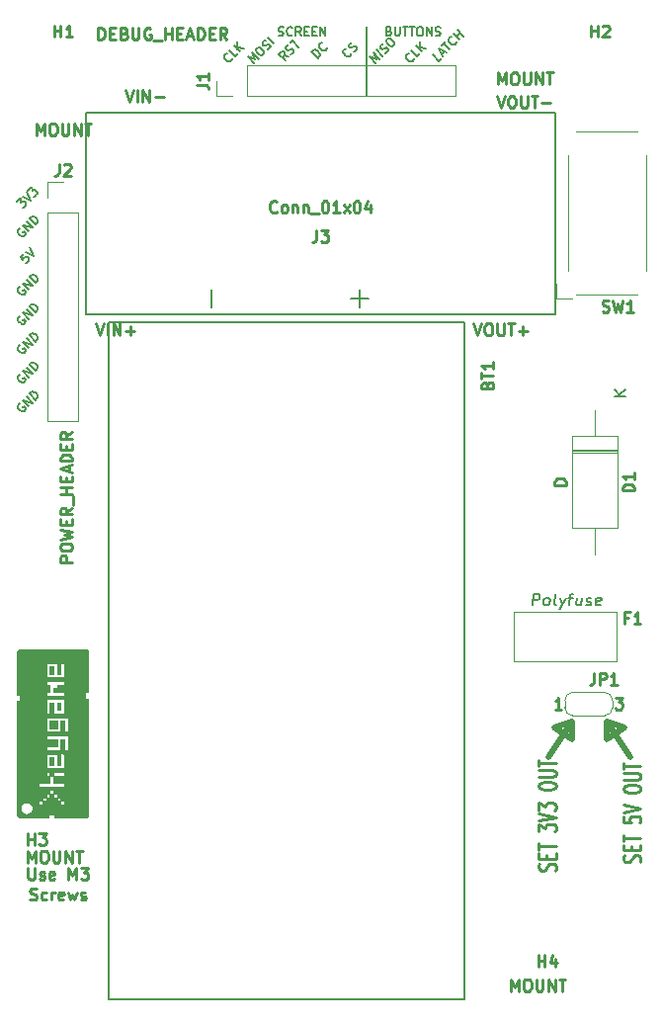
<source format=gto>
G04 #@! TF.GenerationSoftware,KiCad,Pcbnew,5.1.9+dfsg1-1*
G04 #@! TF.CreationDate,2022-06-11T22:33:11-07:00*
G04 #@! TF.ProjectId,keygame-batpack,6b657967-616d-4652-9d62-61747061636b,rev?*
G04 #@! TF.SameCoordinates,Original*
G04 #@! TF.FileFunction,Legend,Top*
G04 #@! TF.FilePolarity,Positive*
%FSLAX46Y46*%
G04 Gerber Fmt 4.6, Leading zero omitted, Abs format (unit mm)*
G04 Created by KiCad (PCBNEW 5.1.9+dfsg1-1) date 2022-06-11 22:33:11*
%MOMM*%
%LPD*%
G01*
G04 APERTURE LIST*
%ADD10C,0.500000*%
%ADD11C,0.250000*%
%ADD12C,0.187500*%
%ADD13C,0.200000*%
%ADD14C,0.120000*%
%ADD15C,0.127000*%
%ADD16C,0.150000*%
%ADD17C,0.010000*%
G04 APERTURE END LIST*
D10*
X172540000Y-115060000D02*
X171040000Y-114560000D01*
X171040000Y-116060000D02*
X172540000Y-115060000D01*
X171040000Y-114560000D02*
X171040000Y-116060000D01*
X166540000Y-115060000D02*
X168040000Y-114560000D01*
X168040000Y-116060000D02*
X166540000Y-115060000D01*
X168040000Y-114560000D02*
X168040000Y-116060000D01*
X173040000Y-117560000D02*
X171040000Y-114560000D01*
X166040000Y-117560000D02*
X168040000Y-114560000D01*
D11*
X173877142Y-126584285D02*
X173948571Y-126441428D01*
X173948571Y-126203333D01*
X173877142Y-126108095D01*
X173805714Y-126060476D01*
X173662857Y-126012857D01*
X173520000Y-126012857D01*
X173377142Y-126060476D01*
X173305714Y-126108095D01*
X173234285Y-126203333D01*
X173162857Y-126393809D01*
X173091428Y-126489047D01*
X173020000Y-126536666D01*
X172877142Y-126584285D01*
X172734285Y-126584285D01*
X172591428Y-126536666D01*
X172520000Y-126489047D01*
X172448571Y-126393809D01*
X172448571Y-126155714D01*
X172520000Y-126012857D01*
X173162857Y-125584285D02*
X173162857Y-125250952D01*
X173948571Y-125108095D02*
X173948571Y-125584285D01*
X172448571Y-125584285D01*
X172448571Y-125108095D01*
X172448571Y-124822380D02*
X172448571Y-124250952D01*
X173948571Y-124536666D02*
X172448571Y-124536666D01*
X172448571Y-122679523D02*
X172448571Y-123155714D01*
X173162857Y-123203333D01*
X173091428Y-123155714D01*
X173020000Y-123060476D01*
X173020000Y-122822380D01*
X173091428Y-122727142D01*
X173162857Y-122679523D01*
X173305714Y-122631904D01*
X173662857Y-122631904D01*
X173805714Y-122679523D01*
X173877142Y-122727142D01*
X173948571Y-122822380D01*
X173948571Y-123060476D01*
X173877142Y-123155714D01*
X173805714Y-123203333D01*
X172448571Y-122346190D02*
X173948571Y-122012857D01*
X172448571Y-121679523D01*
X172448571Y-120393809D02*
X172448571Y-120203333D01*
X172520000Y-120108095D01*
X172662857Y-120012857D01*
X172948571Y-119965238D01*
X173448571Y-119965238D01*
X173734285Y-120012857D01*
X173877142Y-120108095D01*
X173948571Y-120203333D01*
X173948571Y-120393809D01*
X173877142Y-120489047D01*
X173734285Y-120584285D01*
X173448571Y-120631904D01*
X172948571Y-120631904D01*
X172662857Y-120584285D01*
X172520000Y-120489047D01*
X172448571Y-120393809D01*
X172448571Y-119536666D02*
X173662857Y-119536666D01*
X173805714Y-119489047D01*
X173877142Y-119441428D01*
X173948571Y-119346190D01*
X173948571Y-119155714D01*
X173877142Y-119060476D01*
X173805714Y-119012857D01*
X173662857Y-118965238D01*
X172448571Y-118965238D01*
X172448571Y-118631904D02*
X172448571Y-118060476D01*
X173948571Y-118346190D02*
X172448571Y-118346190D01*
X166617142Y-127290476D02*
X166688571Y-127147619D01*
X166688571Y-126909523D01*
X166617142Y-126814285D01*
X166545714Y-126766666D01*
X166402857Y-126719047D01*
X166260000Y-126719047D01*
X166117142Y-126766666D01*
X166045714Y-126814285D01*
X165974285Y-126909523D01*
X165902857Y-127100000D01*
X165831428Y-127195238D01*
X165760000Y-127242857D01*
X165617142Y-127290476D01*
X165474285Y-127290476D01*
X165331428Y-127242857D01*
X165260000Y-127195238D01*
X165188571Y-127100000D01*
X165188571Y-126861904D01*
X165260000Y-126719047D01*
X165902857Y-126290476D02*
X165902857Y-125957142D01*
X166688571Y-125814285D02*
X166688571Y-126290476D01*
X165188571Y-126290476D01*
X165188571Y-125814285D01*
X165188571Y-125528571D02*
X165188571Y-124957142D01*
X166688571Y-125242857D02*
X165188571Y-125242857D01*
X165188571Y-123957142D02*
X165188571Y-123338095D01*
X165760000Y-123671428D01*
X165760000Y-123528571D01*
X165831428Y-123433333D01*
X165902857Y-123385714D01*
X166045714Y-123338095D01*
X166402857Y-123338095D01*
X166545714Y-123385714D01*
X166617142Y-123433333D01*
X166688571Y-123528571D01*
X166688571Y-123814285D01*
X166617142Y-123909523D01*
X166545714Y-123957142D01*
X165188571Y-123052380D02*
X166688571Y-122719047D01*
X165188571Y-122385714D01*
X165188571Y-122147619D02*
X165188571Y-121528571D01*
X165760000Y-121861904D01*
X165760000Y-121719047D01*
X165831428Y-121623809D01*
X165902857Y-121576190D01*
X166045714Y-121528571D01*
X166402857Y-121528571D01*
X166545714Y-121576190D01*
X166617142Y-121623809D01*
X166688571Y-121719047D01*
X166688571Y-122004761D01*
X166617142Y-122100000D01*
X166545714Y-122147619D01*
X165188571Y-120147619D02*
X165188571Y-119957142D01*
X165260000Y-119861904D01*
X165402857Y-119766666D01*
X165688571Y-119719047D01*
X166188571Y-119719047D01*
X166474285Y-119766666D01*
X166617142Y-119861904D01*
X166688571Y-119957142D01*
X166688571Y-120147619D01*
X166617142Y-120242857D01*
X166474285Y-120338095D01*
X166188571Y-120385714D01*
X165688571Y-120385714D01*
X165402857Y-120338095D01*
X165260000Y-120242857D01*
X165188571Y-120147619D01*
X165188571Y-119290476D02*
X166402857Y-119290476D01*
X166545714Y-119242857D01*
X166617142Y-119195238D01*
X166688571Y-119100000D01*
X166688571Y-118909523D01*
X166617142Y-118814285D01*
X166545714Y-118766666D01*
X166402857Y-118719047D01*
X165188571Y-118719047D01*
X165188571Y-118385714D02*
X165188571Y-117814285D01*
X166688571Y-118100000D02*
X165188571Y-118100000D01*
D12*
X121048565Y-74470596D02*
X120796027Y-74723134D01*
X121023312Y-75000926D01*
X121023312Y-74950418D01*
X121048565Y-74874657D01*
X121174834Y-74748388D01*
X121250596Y-74723134D01*
X121301104Y-74723134D01*
X121376865Y-74748388D01*
X121503134Y-74874657D01*
X121528388Y-74950418D01*
X121528388Y-75000926D01*
X121503134Y-75076687D01*
X121376865Y-75202956D01*
X121301104Y-75228210D01*
X121250596Y-75228210D01*
X121225342Y-74293819D02*
X121932449Y-74647373D01*
X121578895Y-73940266D01*
X120770773Y-87298895D02*
X120695012Y-87324149D01*
X120619251Y-87399911D01*
X120568743Y-87500926D01*
X120568743Y-87601941D01*
X120593997Y-87677703D01*
X120669758Y-87803972D01*
X120745520Y-87879733D01*
X120871789Y-87955495D01*
X120947550Y-87980748D01*
X121048565Y-87980748D01*
X121149581Y-87930241D01*
X121200088Y-87879733D01*
X121250596Y-87778718D01*
X121250596Y-87728210D01*
X121073819Y-87551434D01*
X120972804Y-87652449D01*
X121528388Y-87551434D02*
X120998058Y-87021104D01*
X121831434Y-87248388D01*
X121301104Y-86718058D01*
X122083972Y-86995850D02*
X121553642Y-86465520D01*
X121679911Y-86339251D01*
X121780926Y-86288743D01*
X121881941Y-86288743D01*
X121957703Y-86313997D01*
X122083972Y-86389758D01*
X122159733Y-86465520D01*
X122235495Y-86591789D01*
X122260748Y-86667550D01*
X122260748Y-86768565D01*
X122210241Y-86869581D01*
X122083972Y-86995850D01*
X120770773Y-84798895D02*
X120695012Y-84824149D01*
X120619251Y-84899911D01*
X120568743Y-85000926D01*
X120568743Y-85101941D01*
X120593997Y-85177703D01*
X120669758Y-85303972D01*
X120745520Y-85379733D01*
X120871789Y-85455495D01*
X120947550Y-85480748D01*
X121048565Y-85480748D01*
X121149581Y-85430241D01*
X121200088Y-85379733D01*
X121250596Y-85278718D01*
X121250596Y-85228210D01*
X121073819Y-85051434D01*
X120972804Y-85152449D01*
X121528388Y-85051434D02*
X120998058Y-84521104D01*
X121831434Y-84748388D01*
X121301104Y-84218058D01*
X122083972Y-84495850D02*
X121553642Y-83965520D01*
X121679911Y-83839251D01*
X121780926Y-83788743D01*
X121881941Y-83788743D01*
X121957703Y-83813997D01*
X122083972Y-83889758D01*
X122159733Y-83965520D01*
X122235495Y-84091789D01*
X122260748Y-84167550D01*
X122260748Y-84268565D01*
X122210241Y-84369581D01*
X122083972Y-84495850D01*
X120770773Y-82298895D02*
X120695012Y-82324149D01*
X120619251Y-82399911D01*
X120568743Y-82500926D01*
X120568743Y-82601941D01*
X120593997Y-82677703D01*
X120669758Y-82803972D01*
X120745520Y-82879733D01*
X120871789Y-82955495D01*
X120947550Y-82980748D01*
X121048565Y-82980748D01*
X121149581Y-82930241D01*
X121200088Y-82879733D01*
X121250596Y-82778718D01*
X121250596Y-82728210D01*
X121073819Y-82551434D01*
X120972804Y-82652449D01*
X121528388Y-82551434D02*
X120998058Y-82021104D01*
X121831434Y-82248388D01*
X121301104Y-81718058D01*
X122083972Y-81995850D02*
X121553642Y-81465520D01*
X121679911Y-81339251D01*
X121780926Y-81288743D01*
X121881941Y-81288743D01*
X121957703Y-81313997D01*
X122083972Y-81389758D01*
X122159733Y-81465520D01*
X122235495Y-81591789D01*
X122260748Y-81667550D01*
X122260748Y-81768565D01*
X122210241Y-81869581D01*
X122083972Y-81995850D01*
X120770773Y-79798895D02*
X120695012Y-79824149D01*
X120619251Y-79899911D01*
X120568743Y-80000926D01*
X120568743Y-80101941D01*
X120593997Y-80177703D01*
X120669758Y-80303972D01*
X120745520Y-80379733D01*
X120871789Y-80455495D01*
X120947550Y-80480748D01*
X121048565Y-80480748D01*
X121149581Y-80430241D01*
X121200088Y-80379733D01*
X121250596Y-80278718D01*
X121250596Y-80228210D01*
X121073819Y-80051434D01*
X120972804Y-80152449D01*
X121528388Y-80051434D02*
X120998058Y-79521104D01*
X121831434Y-79748388D01*
X121301104Y-79218058D01*
X122083972Y-79495850D02*
X121553642Y-78965520D01*
X121679911Y-78839251D01*
X121780926Y-78788743D01*
X121881941Y-78788743D01*
X121957703Y-78813997D01*
X122083972Y-78889758D01*
X122159733Y-78965520D01*
X122235495Y-79091789D01*
X122260748Y-79167550D01*
X122260748Y-79268565D01*
X122210241Y-79369581D01*
X122083972Y-79495850D01*
X120770773Y-77298895D02*
X120695012Y-77324149D01*
X120619251Y-77399911D01*
X120568743Y-77500926D01*
X120568743Y-77601941D01*
X120593997Y-77677703D01*
X120669758Y-77803972D01*
X120745520Y-77879733D01*
X120871789Y-77955495D01*
X120947550Y-77980748D01*
X121048565Y-77980748D01*
X121149581Y-77930241D01*
X121200088Y-77879733D01*
X121250596Y-77778718D01*
X121250596Y-77728210D01*
X121073819Y-77551434D01*
X120972804Y-77652449D01*
X121528388Y-77551434D02*
X120998058Y-77021104D01*
X121831434Y-77248388D01*
X121301104Y-76718058D01*
X122083972Y-76995850D02*
X121553642Y-76465520D01*
X121679911Y-76339251D01*
X121780926Y-76288743D01*
X121881941Y-76288743D01*
X121957703Y-76313997D01*
X122083972Y-76389758D01*
X122159733Y-76465520D01*
X122235495Y-76591789D01*
X122260748Y-76667550D01*
X122260748Y-76768565D01*
X122210241Y-76869581D01*
X122083972Y-76995850D01*
X120770773Y-72298895D02*
X120695012Y-72324149D01*
X120619251Y-72399911D01*
X120568743Y-72500926D01*
X120568743Y-72601941D01*
X120593997Y-72677703D01*
X120669758Y-72803972D01*
X120745520Y-72879733D01*
X120871789Y-72955495D01*
X120947550Y-72980748D01*
X121048565Y-72980748D01*
X121149581Y-72930241D01*
X121200088Y-72879733D01*
X121250596Y-72778718D01*
X121250596Y-72728210D01*
X121073819Y-72551434D01*
X120972804Y-72652449D01*
X121528388Y-72551434D02*
X120998058Y-72021104D01*
X121831434Y-72248388D01*
X121301104Y-71718058D01*
X122083972Y-71995850D02*
X121553642Y-71465520D01*
X121679911Y-71339251D01*
X121780926Y-71288743D01*
X121881941Y-71288743D01*
X121957703Y-71313997D01*
X122083972Y-71389758D01*
X122159733Y-71465520D01*
X122235495Y-71591789D01*
X122260748Y-71667550D01*
X122260748Y-71768565D01*
X122210241Y-71869581D01*
X122083972Y-71995850D01*
X120492981Y-70026180D02*
X120821281Y-69697880D01*
X120846535Y-70076687D01*
X120922296Y-70000926D01*
X120998058Y-69975672D01*
X121048565Y-69975672D01*
X121124327Y-70000926D01*
X121250596Y-70127195D01*
X121275850Y-70202956D01*
X121275850Y-70253464D01*
X121250596Y-70329226D01*
X121099073Y-70480748D01*
X121023312Y-70506002D01*
X120972804Y-70506002D01*
X120972804Y-69546357D02*
X121679911Y-69899911D01*
X121326357Y-69192804D01*
X121452626Y-69066535D02*
X121780926Y-68738235D01*
X121806180Y-69117043D01*
X121881941Y-69041281D01*
X121957703Y-69016027D01*
X122008210Y-69016027D01*
X122083972Y-69041281D01*
X122210241Y-69167550D01*
X122235495Y-69243312D01*
X122235495Y-69293819D01*
X122210241Y-69369581D01*
X122058718Y-69521104D01*
X121982956Y-69546357D01*
X121932449Y-69546357D01*
D11*
X121452380Y-127077380D02*
X121452380Y-127886904D01*
X121500000Y-127982142D01*
X121547619Y-128029761D01*
X121642857Y-128077380D01*
X121833333Y-128077380D01*
X121928571Y-128029761D01*
X121976190Y-127982142D01*
X122023809Y-127886904D01*
X122023809Y-127077380D01*
X122452380Y-128029761D02*
X122547619Y-128077380D01*
X122738095Y-128077380D01*
X122833333Y-128029761D01*
X122880952Y-127934523D01*
X122880952Y-127886904D01*
X122833333Y-127791666D01*
X122738095Y-127744047D01*
X122595238Y-127744047D01*
X122500000Y-127696428D01*
X122452380Y-127601190D01*
X122452380Y-127553571D01*
X122500000Y-127458333D01*
X122595238Y-127410714D01*
X122738095Y-127410714D01*
X122833333Y-127458333D01*
X123690476Y-128029761D02*
X123595238Y-128077380D01*
X123404761Y-128077380D01*
X123309523Y-128029761D01*
X123261904Y-127934523D01*
X123261904Y-127553571D01*
X123309523Y-127458333D01*
X123404761Y-127410714D01*
X123595238Y-127410714D01*
X123690476Y-127458333D01*
X123738095Y-127553571D01*
X123738095Y-127648809D01*
X123261904Y-127744047D01*
X124928571Y-128077380D02*
X124928571Y-127077380D01*
X125261904Y-127791666D01*
X125595238Y-127077380D01*
X125595238Y-128077380D01*
X125976190Y-127077380D02*
X126595238Y-127077380D01*
X126261904Y-127458333D01*
X126404761Y-127458333D01*
X126500000Y-127505952D01*
X126547619Y-127553571D01*
X126595238Y-127648809D01*
X126595238Y-127886904D01*
X126547619Y-127982142D01*
X126500000Y-128029761D01*
X126404761Y-128077380D01*
X126119047Y-128077380D01*
X126023809Y-128029761D01*
X125976190Y-127982142D01*
X121619047Y-129779761D02*
X121761904Y-129827380D01*
X122000000Y-129827380D01*
X122095238Y-129779761D01*
X122142857Y-129732142D01*
X122190476Y-129636904D01*
X122190476Y-129541666D01*
X122142857Y-129446428D01*
X122095238Y-129398809D01*
X122000000Y-129351190D01*
X121809523Y-129303571D01*
X121714285Y-129255952D01*
X121666666Y-129208333D01*
X121619047Y-129113095D01*
X121619047Y-129017857D01*
X121666666Y-128922619D01*
X121714285Y-128875000D01*
X121809523Y-128827380D01*
X122047619Y-128827380D01*
X122190476Y-128875000D01*
X123047619Y-129779761D02*
X122952380Y-129827380D01*
X122761904Y-129827380D01*
X122666666Y-129779761D01*
X122619047Y-129732142D01*
X122571428Y-129636904D01*
X122571428Y-129351190D01*
X122619047Y-129255952D01*
X122666666Y-129208333D01*
X122761904Y-129160714D01*
X122952380Y-129160714D01*
X123047619Y-129208333D01*
X123476190Y-129827380D02*
X123476190Y-129160714D01*
X123476190Y-129351190D02*
X123523809Y-129255952D01*
X123571428Y-129208333D01*
X123666666Y-129160714D01*
X123761904Y-129160714D01*
X124476190Y-129779761D02*
X124380952Y-129827380D01*
X124190476Y-129827380D01*
X124095238Y-129779761D01*
X124047619Y-129684523D01*
X124047619Y-129303571D01*
X124095238Y-129208333D01*
X124190476Y-129160714D01*
X124380952Y-129160714D01*
X124476190Y-129208333D01*
X124523809Y-129303571D01*
X124523809Y-129398809D01*
X124047619Y-129494047D01*
X124857142Y-129160714D02*
X125047619Y-129827380D01*
X125238095Y-129351190D01*
X125428571Y-129827380D01*
X125619047Y-129160714D01*
X125952380Y-129779761D02*
X126047619Y-129827380D01*
X126238095Y-129827380D01*
X126333333Y-129779761D01*
X126380952Y-129684523D01*
X126380952Y-129636904D01*
X126333333Y-129541666D01*
X126238095Y-129494047D01*
X126095238Y-129494047D01*
X126000000Y-129446428D01*
X125952380Y-129351190D01*
X125952380Y-129303571D01*
X126000000Y-129208333D01*
X126095238Y-129160714D01*
X126238095Y-129160714D01*
X126333333Y-129208333D01*
D12*
X156871789Y-57708033D02*
X156619251Y-57960571D01*
X156088920Y-57430241D01*
X156871789Y-57404987D02*
X157124327Y-57152449D01*
X156972804Y-57607018D02*
X156619251Y-56899911D01*
X157326357Y-57253464D01*
X156897043Y-56622119D02*
X157200088Y-56319073D01*
X157578895Y-57000926D02*
X157048565Y-56470596D01*
X158159733Y-56319073D02*
X158159733Y-56369581D01*
X158109226Y-56470596D01*
X158058718Y-56521104D01*
X157957703Y-56571611D01*
X157856687Y-56571611D01*
X157780926Y-56546357D01*
X157654657Y-56470596D01*
X157578895Y-56394834D01*
X157503134Y-56268565D01*
X157477880Y-56192804D01*
X157477880Y-56091789D01*
X157528388Y-55990773D01*
X157578895Y-55940266D01*
X157679911Y-55889758D01*
X157730418Y-55889758D01*
X158437525Y-56142296D02*
X157907195Y-55611966D01*
X158159733Y-55864504D02*
X158462779Y-55561459D01*
X158740571Y-55839251D02*
X158210241Y-55308920D01*
X151246535Y-58133287D02*
X150716205Y-57602956D01*
X151271789Y-57804987D01*
X151069758Y-57249403D01*
X151600088Y-57779733D01*
X151852626Y-57527195D02*
X151322296Y-56996865D01*
X152054657Y-57274657D02*
X152155672Y-57224149D01*
X152281941Y-57097880D01*
X152307195Y-57022119D01*
X152307195Y-56971611D01*
X152281941Y-56895850D01*
X152231434Y-56845342D01*
X152155672Y-56820088D01*
X152105165Y-56820088D01*
X152029403Y-56845342D01*
X151903134Y-56921104D01*
X151827373Y-56946357D01*
X151776865Y-56946357D01*
X151701104Y-56921104D01*
X151650596Y-56870596D01*
X151625342Y-56794834D01*
X151625342Y-56744327D01*
X151650596Y-56668565D01*
X151776865Y-56542296D01*
X151877880Y-56491789D01*
X152180926Y-56138235D02*
X152281941Y-56037220D01*
X152357703Y-56011966D01*
X152458718Y-56011966D01*
X152584987Y-56087728D01*
X152761764Y-56264504D01*
X152837525Y-56390773D01*
X152837525Y-56491789D01*
X152812271Y-56567550D01*
X152711256Y-56668565D01*
X152635495Y-56693819D01*
X152534479Y-56693819D01*
X152408210Y-56618058D01*
X152231434Y-56441281D01*
X152155672Y-56315012D01*
X152155672Y-56213997D01*
X152180926Y-56138235D01*
X154513730Y-57765076D02*
X154513730Y-57815583D01*
X154463223Y-57916599D01*
X154412715Y-57967106D01*
X154311700Y-58017614D01*
X154210685Y-58017614D01*
X154134923Y-57992360D01*
X154008654Y-57916599D01*
X153932893Y-57840837D01*
X153857131Y-57714568D01*
X153831877Y-57638807D01*
X153831877Y-57537791D01*
X153882385Y-57436776D01*
X153932893Y-57386269D01*
X154033908Y-57335761D01*
X154084416Y-57335761D01*
X155044061Y-57335761D02*
X154791522Y-57588299D01*
X154261192Y-57057969D01*
X155220837Y-57158984D02*
X154690507Y-56628654D01*
X155523883Y-56855938D02*
X154993553Y-56780177D01*
X154993553Y-56325608D02*
X154993553Y-56931700D01*
X149141015Y-57337791D02*
X149141015Y-57388299D01*
X149090507Y-57489314D01*
X149040000Y-57539822D01*
X148938984Y-57590330D01*
X148837969Y-57590330D01*
X148762208Y-57565076D01*
X148635938Y-57489314D01*
X148560177Y-57413553D01*
X148484416Y-57287284D01*
X148459162Y-57211522D01*
X148459162Y-57110507D01*
X148509669Y-57009492D01*
X148560177Y-56958984D01*
X148661192Y-56908477D01*
X148711700Y-56908477D01*
X149368299Y-57161015D02*
X149469314Y-57110507D01*
X149595583Y-56984238D01*
X149620837Y-56908477D01*
X149620837Y-56857969D01*
X149595583Y-56782208D01*
X149545076Y-56731700D01*
X149469314Y-56706446D01*
X149418807Y-56706446D01*
X149343045Y-56731700D01*
X149216776Y-56807461D01*
X149141015Y-56832715D01*
X149090507Y-56832715D01*
X149014746Y-56807461D01*
X148964238Y-56756954D01*
X148938984Y-56681192D01*
X148938984Y-56630685D01*
X148964238Y-56554923D01*
X149090507Y-56428654D01*
X149191522Y-56378147D01*
X146275850Y-57703972D02*
X145745520Y-57173642D01*
X145871789Y-57047373D01*
X145972804Y-56996865D01*
X146073819Y-56996865D01*
X146149581Y-57022119D01*
X146275850Y-57097880D01*
X146351611Y-57173642D01*
X146427373Y-57299911D01*
X146452626Y-57375672D01*
X146452626Y-57476687D01*
X146402119Y-57577703D01*
X146275850Y-57703972D01*
X147058718Y-56820088D02*
X147058718Y-56870596D01*
X147008210Y-56971611D01*
X146957703Y-57022119D01*
X146856687Y-57072626D01*
X146755672Y-57072626D01*
X146679911Y-57047373D01*
X146553642Y-56971611D01*
X146477880Y-56895850D01*
X146402119Y-56769581D01*
X146376865Y-56693819D01*
X146376865Y-56592804D01*
X146427373Y-56491789D01*
X146477880Y-56441281D01*
X146578895Y-56390773D01*
X146629403Y-56390773D01*
X143789492Y-57590330D02*
X143360177Y-57514568D01*
X143486446Y-57893375D02*
X142956116Y-57363045D01*
X143158147Y-57161015D01*
X143233908Y-57135761D01*
X143284416Y-57135761D01*
X143360177Y-57161015D01*
X143435938Y-57236776D01*
X143461192Y-57312538D01*
X143461192Y-57363045D01*
X143435938Y-57438807D01*
X143233908Y-57640837D01*
X143966269Y-57363045D02*
X144067284Y-57312538D01*
X144193553Y-57186269D01*
X144218807Y-57110507D01*
X144218807Y-57059999D01*
X144193553Y-56984238D01*
X144143045Y-56933730D01*
X144067284Y-56908477D01*
X144016776Y-56908477D01*
X143941015Y-56933730D01*
X143814746Y-57009492D01*
X143738984Y-57034746D01*
X143688477Y-57034746D01*
X143612715Y-57009492D01*
X143562208Y-56958984D01*
X143536954Y-56883223D01*
X143536954Y-56832715D01*
X143562208Y-56756954D01*
X143688477Y-56630685D01*
X143789492Y-56580177D01*
X143915761Y-56403400D02*
X144218807Y-56100355D01*
X144597614Y-56782208D02*
X144067284Y-56251877D01*
X140846535Y-58133287D02*
X140316205Y-57602956D01*
X140871789Y-57804987D01*
X140669758Y-57249403D01*
X141200088Y-57779733D01*
X141023312Y-56895850D02*
X141124327Y-56794834D01*
X141200088Y-56769581D01*
X141301104Y-56769581D01*
X141427373Y-56845342D01*
X141604149Y-57022119D01*
X141679911Y-57148388D01*
X141679911Y-57249403D01*
X141654657Y-57325165D01*
X141553642Y-57426180D01*
X141477880Y-57451434D01*
X141376865Y-57451434D01*
X141250596Y-57375672D01*
X141073819Y-57198895D01*
X140998058Y-57072626D01*
X140998058Y-56971611D01*
X141023312Y-56895850D01*
X141957703Y-56971611D02*
X142058718Y-56921104D01*
X142184987Y-56794834D01*
X142210241Y-56719073D01*
X142210241Y-56668565D01*
X142184987Y-56592804D01*
X142134479Y-56542296D01*
X142058718Y-56517043D01*
X142008210Y-56517043D01*
X141932449Y-56542296D01*
X141806180Y-56618058D01*
X141730418Y-56643312D01*
X141679911Y-56643312D01*
X141604149Y-56618058D01*
X141553642Y-56567550D01*
X141528388Y-56491789D01*
X141528388Y-56441281D01*
X141553642Y-56365520D01*
X141679911Y-56239251D01*
X141780926Y-56188743D01*
X142513287Y-56466535D02*
X141982956Y-55936205D01*
X138913730Y-57765076D02*
X138913730Y-57815583D01*
X138863223Y-57916599D01*
X138812715Y-57967106D01*
X138711700Y-58017614D01*
X138610685Y-58017614D01*
X138534923Y-57992360D01*
X138408654Y-57916599D01*
X138332893Y-57840837D01*
X138257131Y-57714568D01*
X138231877Y-57638807D01*
X138231877Y-57537791D01*
X138282385Y-57436776D01*
X138332893Y-57386269D01*
X138433908Y-57335761D01*
X138484416Y-57335761D01*
X139444061Y-57335761D02*
X139191522Y-57588299D01*
X138661192Y-57057969D01*
X139620837Y-57158984D02*
X139090507Y-56628654D01*
X139923883Y-56855938D02*
X139393553Y-56780177D01*
X139393553Y-56325608D02*
X139393553Y-56931700D01*
X142904285Y-55763571D02*
X143011428Y-55799285D01*
X143190000Y-55799285D01*
X143261428Y-55763571D01*
X143297142Y-55727857D01*
X143332857Y-55656428D01*
X143332857Y-55585000D01*
X143297142Y-55513571D01*
X143261428Y-55477857D01*
X143190000Y-55442142D01*
X143047142Y-55406428D01*
X142975714Y-55370714D01*
X142940000Y-55335000D01*
X142904285Y-55263571D01*
X142904285Y-55192142D01*
X142940000Y-55120714D01*
X142975714Y-55085000D01*
X143047142Y-55049285D01*
X143225714Y-55049285D01*
X143332857Y-55085000D01*
X144082857Y-55727857D02*
X144047142Y-55763571D01*
X143940000Y-55799285D01*
X143868571Y-55799285D01*
X143761428Y-55763571D01*
X143690000Y-55692142D01*
X143654285Y-55620714D01*
X143618571Y-55477857D01*
X143618571Y-55370714D01*
X143654285Y-55227857D01*
X143690000Y-55156428D01*
X143761428Y-55085000D01*
X143868571Y-55049285D01*
X143940000Y-55049285D01*
X144047142Y-55085000D01*
X144082857Y-55120714D01*
X144832857Y-55799285D02*
X144582857Y-55442142D01*
X144404285Y-55799285D02*
X144404285Y-55049285D01*
X144690000Y-55049285D01*
X144761428Y-55085000D01*
X144797142Y-55120714D01*
X144832857Y-55192142D01*
X144832857Y-55299285D01*
X144797142Y-55370714D01*
X144761428Y-55406428D01*
X144690000Y-55442142D01*
X144404285Y-55442142D01*
X145154285Y-55406428D02*
X145404285Y-55406428D01*
X145511428Y-55799285D02*
X145154285Y-55799285D01*
X145154285Y-55049285D01*
X145511428Y-55049285D01*
X145832857Y-55406428D02*
X146082857Y-55406428D01*
X146190000Y-55799285D02*
X145832857Y-55799285D01*
X145832857Y-55049285D01*
X146190000Y-55049285D01*
X146511428Y-55799285D02*
X146511428Y-55049285D01*
X146940000Y-55799285D01*
X146940000Y-55049285D01*
X152386428Y-55406428D02*
X152493571Y-55442142D01*
X152529285Y-55477857D01*
X152565000Y-55549285D01*
X152565000Y-55656428D01*
X152529285Y-55727857D01*
X152493571Y-55763571D01*
X152422142Y-55799285D01*
X152136428Y-55799285D01*
X152136428Y-55049285D01*
X152386428Y-55049285D01*
X152457857Y-55085000D01*
X152493571Y-55120714D01*
X152529285Y-55192142D01*
X152529285Y-55263571D01*
X152493571Y-55335000D01*
X152457857Y-55370714D01*
X152386428Y-55406428D01*
X152136428Y-55406428D01*
X152886428Y-55049285D02*
X152886428Y-55656428D01*
X152922142Y-55727857D01*
X152957857Y-55763571D01*
X153029285Y-55799285D01*
X153172142Y-55799285D01*
X153243571Y-55763571D01*
X153279285Y-55727857D01*
X153315000Y-55656428D01*
X153315000Y-55049285D01*
X153565000Y-55049285D02*
X153993571Y-55049285D01*
X153779285Y-55799285D02*
X153779285Y-55049285D01*
X154136428Y-55049285D02*
X154565000Y-55049285D01*
X154350714Y-55799285D02*
X154350714Y-55049285D01*
X154957857Y-55049285D02*
X155100714Y-55049285D01*
X155172142Y-55085000D01*
X155243571Y-55156428D01*
X155279285Y-55299285D01*
X155279285Y-55549285D01*
X155243571Y-55692142D01*
X155172142Y-55763571D01*
X155100714Y-55799285D01*
X154957857Y-55799285D01*
X154886428Y-55763571D01*
X154815000Y-55692142D01*
X154779285Y-55549285D01*
X154779285Y-55299285D01*
X154815000Y-55156428D01*
X154886428Y-55085000D01*
X154957857Y-55049285D01*
X155600714Y-55799285D02*
X155600714Y-55049285D01*
X156029285Y-55799285D01*
X156029285Y-55049285D01*
X156350714Y-55763571D02*
X156457857Y-55799285D01*
X156636428Y-55799285D01*
X156707857Y-55763571D01*
X156743571Y-55727857D01*
X156779285Y-55656428D01*
X156779285Y-55585000D01*
X156743571Y-55513571D01*
X156707857Y-55477857D01*
X156636428Y-55442142D01*
X156493571Y-55406428D01*
X156422142Y-55370714D01*
X156386428Y-55335000D01*
X156350714Y-55263571D01*
X156350714Y-55192142D01*
X156386428Y-55120714D01*
X156422142Y-55085000D01*
X156493571Y-55049285D01*
X156672142Y-55049285D01*
X156779285Y-55085000D01*
D13*
X150440000Y-60860000D02*
X150440000Y-55060000D01*
D14*
G04 #@! TO.C,J1*
X137610000Y-60990000D02*
X137610000Y-59660000D01*
X138940000Y-60990000D02*
X137610000Y-60990000D01*
X140210000Y-60990000D02*
X140210000Y-58330000D01*
X140210000Y-58330000D02*
X158050000Y-58330000D01*
X140210000Y-60990000D02*
X158050000Y-60990000D01*
X158050000Y-60990000D02*
X158050000Y-58330000D01*
G04 #@! TO.C,J2*
X123110000Y-68330000D02*
X124440000Y-68330000D01*
X123110000Y-69660000D02*
X123110000Y-68330000D01*
X123110000Y-70930000D02*
X125770000Y-70930000D01*
X125770000Y-70930000D02*
X125770000Y-88770000D01*
X123110000Y-70930000D02*
X123110000Y-88770000D01*
X123110000Y-88770000D02*
X125770000Y-88770000D01*
D15*
G04 #@! TO.C,BT1*
X137160000Y-77560000D02*
X137160000Y-79060000D01*
X158820000Y-80300000D02*
X158820000Y-138300000D01*
X128320000Y-80300000D02*
X158820000Y-80300000D01*
X128320000Y-138300000D02*
X128320000Y-80300000D01*
X158820000Y-138300000D02*
X128320000Y-138300000D01*
X149110000Y-78310000D02*
X150610000Y-78310000D01*
X149860000Y-77560000D02*
X149860000Y-79060000D01*
D16*
G04 #@! TO.C,J3*
X166610000Y-79640000D02*
X166610000Y-62360000D01*
X126390000Y-79640000D02*
X166610000Y-79640000D01*
X126390000Y-62360000D02*
X126390000Y-79640000D01*
X166610000Y-62360000D02*
X126390000Y-62360000D01*
D14*
G04 #@! TO.C,JP1*
X168090000Y-112040000D02*
X170890000Y-112040000D01*
X171540000Y-112740000D02*
X171540000Y-113340000D01*
X170890000Y-114040000D02*
X168090000Y-114040000D01*
X167440000Y-113340000D02*
X167440000Y-112740000D01*
X170840000Y-112040000D02*
G75*
G02*
X171540000Y-112740000I0J-700000D01*
G01*
X171540000Y-113340000D02*
G75*
G02*
X170840000Y-114040000I-700000J0D01*
G01*
X168140000Y-114040000D02*
G75*
G02*
X167440000Y-113340000I0J700000D01*
G01*
X167440000Y-112740000D02*
G75*
G02*
X168140000Y-112040000I700000J0D01*
G01*
D17*
G04 #@! TO.C,G\u002A\u002A\u002A*
G36*
X120511996Y-109700550D02*
G01*
X120512045Y-109556112D01*
X120512141Y-109424135D01*
X120512295Y-109304033D01*
X120512519Y-109195220D01*
X120512827Y-109097109D01*
X120513231Y-109009113D01*
X120513743Y-108930647D01*
X120514376Y-108861122D01*
X120515142Y-108799954D01*
X120516055Y-108746556D01*
X120517126Y-108700340D01*
X120518369Y-108660721D01*
X120519795Y-108627112D01*
X120521418Y-108598927D01*
X120523250Y-108575579D01*
X120525303Y-108556481D01*
X120527590Y-108541048D01*
X120530124Y-108528692D01*
X120532918Y-108518827D01*
X120535983Y-108510867D01*
X120539332Y-108504225D01*
X120542979Y-108498315D01*
X120546935Y-108492549D01*
X120551213Y-108486343D01*
X120553395Y-108483018D01*
X120581964Y-108446866D01*
X120618197Y-108412879D01*
X120644571Y-108393917D01*
X120649348Y-108390776D01*
X120653532Y-108387822D01*
X120657592Y-108385051D01*
X120661997Y-108382457D01*
X120667213Y-108380032D01*
X120673710Y-108377773D01*
X120681956Y-108375672D01*
X120692419Y-108373725D01*
X120705567Y-108371925D01*
X120721868Y-108370267D01*
X120741791Y-108368744D01*
X120765804Y-108367352D01*
X120794376Y-108366084D01*
X120827974Y-108364934D01*
X120867066Y-108363898D01*
X120912122Y-108362968D01*
X120963609Y-108362139D01*
X121021995Y-108361406D01*
X121087749Y-108360762D01*
X121161339Y-108360203D01*
X121243233Y-108359721D01*
X121333900Y-108359312D01*
X121433807Y-108358969D01*
X121543424Y-108358687D01*
X121663217Y-108358459D01*
X121793656Y-108358281D01*
X121935209Y-108358147D01*
X122088343Y-108358050D01*
X122253528Y-108357985D01*
X122431231Y-108357946D01*
X122621921Y-108357927D01*
X122826066Y-108357923D01*
X123044134Y-108357927D01*
X123276594Y-108357935D01*
X123523913Y-108357939D01*
X123560000Y-108357939D01*
X123809451Y-108357936D01*
X124043977Y-108357928D01*
X124264045Y-108357923D01*
X124470125Y-108357926D01*
X124662683Y-108357942D01*
X124842189Y-108357978D01*
X125009110Y-108358039D01*
X125163915Y-108358131D01*
X125307072Y-108358260D01*
X125439049Y-108358431D01*
X125560315Y-108358651D01*
X125671338Y-108358925D01*
X125772585Y-108359259D01*
X125864526Y-108359659D01*
X125947629Y-108360130D01*
X126022361Y-108360679D01*
X126089191Y-108361310D01*
X126148588Y-108362030D01*
X126201019Y-108362845D01*
X126246953Y-108363760D01*
X126286858Y-108364782D01*
X126321202Y-108365915D01*
X126350454Y-108367166D01*
X126375081Y-108368540D01*
X126395552Y-108370044D01*
X126412336Y-108371683D01*
X126425900Y-108373463D01*
X126436713Y-108375389D01*
X126445243Y-108377467D01*
X126451958Y-108379704D01*
X126457327Y-108382105D01*
X126461817Y-108384675D01*
X126465898Y-108387421D01*
X126470036Y-108390348D01*
X126474702Y-108393462D01*
X126475428Y-108393917D01*
X126512855Y-108422259D01*
X126547558Y-108457594D01*
X126566604Y-108483018D01*
X126571156Y-108489839D01*
X126575362Y-108495947D01*
X126579236Y-108501945D01*
X126582792Y-108508437D01*
X126586043Y-108516026D01*
X126589003Y-108525315D01*
X126591685Y-108536909D01*
X126594103Y-108551410D01*
X126596271Y-108569422D01*
X126598203Y-108591548D01*
X126599911Y-108618392D01*
X126601410Y-108650557D01*
X126602712Y-108688647D01*
X126603833Y-108733264D01*
X126604785Y-108785013D01*
X126605581Y-108844496D01*
X126606237Y-108912318D01*
X126606764Y-108989081D01*
X126607177Y-109075389D01*
X126607490Y-109171845D01*
X126607715Y-109279054D01*
X126607867Y-109397617D01*
X126607960Y-109528139D01*
X126608006Y-109671224D01*
X126608019Y-109827473D01*
X126608014Y-109997492D01*
X126608003Y-110181883D01*
X126608000Y-110318435D01*
X126608000Y-112037091D01*
X126346303Y-112037091D01*
X126346303Y-112568182D01*
X126608000Y-112568182D01*
X126607493Y-117557742D01*
X126607455Y-117894817D01*
X126607411Y-118216830D01*
X126607361Y-118524116D01*
X126607303Y-118817007D01*
X126607236Y-119095836D01*
X126607161Y-119360937D01*
X126607076Y-119612643D01*
X126606980Y-119851287D01*
X126606873Y-120077201D01*
X126606754Y-120290720D01*
X126606622Y-120492175D01*
X126606476Y-120681901D01*
X126606316Y-120860230D01*
X126606141Y-121027496D01*
X126605951Y-121184031D01*
X126605744Y-121330168D01*
X126605519Y-121466242D01*
X126605277Y-121592584D01*
X126605015Y-121709528D01*
X126604734Y-121817407D01*
X126604433Y-121916554D01*
X126604111Y-122007303D01*
X126603767Y-122089986D01*
X126603400Y-122164936D01*
X126603010Y-122232487D01*
X126602596Y-122292972D01*
X126602157Y-122346723D01*
X126601692Y-122394074D01*
X126601202Y-122435358D01*
X126600684Y-122470908D01*
X126600138Y-122501058D01*
X126599564Y-122526139D01*
X126598960Y-122546486D01*
X126598326Y-122562432D01*
X126597662Y-122574309D01*
X126596966Y-122582451D01*
X126596237Y-122587190D01*
X126596147Y-122587549D01*
X126573099Y-122644257D01*
X126536941Y-122694800D01*
X126489485Y-122736800D01*
X126475428Y-122746083D01*
X126468340Y-122750531D01*
X126461623Y-122754597D01*
X126454589Y-122758297D01*
X126446550Y-122761649D01*
X126436816Y-122764671D01*
X126424701Y-122767379D01*
X126409514Y-122769791D01*
X126390569Y-122771923D01*
X126367176Y-122773793D01*
X126338647Y-122775418D01*
X126304293Y-122776816D01*
X126263426Y-122778002D01*
X126215358Y-122778996D01*
X126159401Y-122779813D01*
X126094864Y-122780470D01*
X126021062Y-122780986D01*
X125937304Y-122781377D01*
X125842902Y-122781660D01*
X125737169Y-122781853D01*
X125619415Y-122781973D01*
X125488952Y-122782036D01*
X125345092Y-122782060D01*
X125187146Y-122782062D01*
X125032352Y-122782060D01*
X124245030Y-122782060D01*
X124245030Y-121658303D01*
X124560606Y-121658303D01*
X124560606Y-121342727D01*
X124560606Y-120103568D01*
X124560606Y-119787939D01*
X123621401Y-119787939D01*
X123623412Y-119478136D01*
X123625424Y-119168333D01*
X124093015Y-119166349D01*
X124560606Y-119164366D01*
X124560606Y-118856606D01*
X124172424Y-118856606D01*
X124172424Y-118547354D01*
X124256664Y-118547287D01*
X124332428Y-118547148D01*
X124398669Y-118546941D01*
X124454338Y-118546667D01*
X124498389Y-118546329D01*
X124529773Y-118545928D01*
X124547443Y-118545468D01*
X124551030Y-118545162D01*
X124552835Y-118541617D01*
X124554393Y-118531890D01*
X124555714Y-118515138D01*
X124556810Y-118490516D01*
X124557691Y-118457180D01*
X124558366Y-118414287D01*
X124558846Y-118360992D01*
X124559143Y-118296451D01*
X124559265Y-118219820D01*
X124559224Y-118130255D01*
X124559030Y-118026912D01*
X124558727Y-117919724D01*
X124556757Y-117297970D01*
X124400893Y-117295886D01*
X124245030Y-117293802D01*
X124245030Y-118233151D01*
X123937270Y-118233151D01*
X123935286Y-117765560D01*
X123933303Y-117297970D01*
X123001969Y-117297970D01*
X123001969Y-118544879D01*
X123771666Y-118546863D01*
X123879330Y-118547104D01*
X123982709Y-118547264D01*
X124080757Y-118547347D01*
X124172424Y-118547354D01*
X124172424Y-118856606D01*
X123621575Y-118856606D01*
X123621575Y-119164485D01*
X123313696Y-119164485D01*
X123313696Y-118856606D01*
X122998121Y-118856606D01*
X122998121Y-116986242D01*
X124245030Y-116986242D01*
X124245030Y-116054909D01*
X124552909Y-116054909D01*
X124552909Y-116986242D01*
X124868484Y-116986242D01*
X124868484Y-115739333D01*
X122998121Y-115739333D01*
X122998121Y-115431454D01*
X124245030Y-115431454D01*
X124245030Y-114500121D01*
X124552909Y-114500121D01*
X124552909Y-115431454D01*
X124868484Y-115431454D01*
X124868484Y-114184545D01*
X122998121Y-114184545D01*
X122998121Y-113876667D01*
X123313696Y-113876667D01*
X123313696Y-112945333D01*
X123621575Y-112945333D01*
X123621575Y-113876667D01*
X124560606Y-113876667D01*
X124560606Y-112629757D01*
X122998121Y-112629757D01*
X122998121Y-112321879D01*
X124560606Y-112321879D01*
X124560606Y-112006303D01*
X123621575Y-112006303D01*
X123621575Y-111698424D01*
X123937151Y-111698424D01*
X123937151Y-111382848D01*
X124560606Y-111382848D01*
X124560606Y-111074970D01*
X124172424Y-111074970D01*
X124172424Y-110765717D01*
X124256664Y-110765650D01*
X124332428Y-110765512D01*
X124398669Y-110765305D01*
X124454338Y-110765031D01*
X124498389Y-110764693D01*
X124529773Y-110764292D01*
X124547443Y-110763832D01*
X124551030Y-110763526D01*
X124552835Y-110759981D01*
X124554393Y-110750254D01*
X124555714Y-110733501D01*
X124556810Y-110708879D01*
X124557691Y-110675544D01*
X124558366Y-110632650D01*
X124558846Y-110579355D01*
X124559143Y-110514814D01*
X124559265Y-110438183D01*
X124559224Y-110348618D01*
X124559030Y-110245275D01*
X124558727Y-110138088D01*
X124556757Y-109516333D01*
X124400893Y-109514250D01*
X124245030Y-109512166D01*
X124245030Y-110451515D01*
X123937270Y-110451515D01*
X123935286Y-109983924D01*
X123933303Y-109516333D01*
X123001969Y-109516333D01*
X123001969Y-110763242D01*
X123771666Y-110765226D01*
X123879330Y-110765467D01*
X123982709Y-110765628D01*
X124080757Y-110765711D01*
X124172424Y-110765717D01*
X124172424Y-111074970D01*
X122998121Y-111074970D01*
X122998121Y-111382530D01*
X123153984Y-111384613D01*
X123309848Y-111386697D01*
X123311860Y-111696500D01*
X123313871Y-112006303D01*
X122998121Y-112006303D01*
X122998121Y-112321879D01*
X122998121Y-112629757D01*
X122998121Y-113876667D01*
X122998121Y-114184545D01*
X122998121Y-115431454D01*
X122998121Y-115739333D01*
X122998121Y-116054909D01*
X123937326Y-116054909D01*
X123935314Y-116364712D01*
X123933303Y-116674515D01*
X122998121Y-116678483D01*
X122998121Y-116986242D01*
X122998121Y-118856606D01*
X122998121Y-119164166D01*
X123153984Y-119166250D01*
X123309848Y-119168333D01*
X123311860Y-119478136D01*
X123313871Y-119787939D01*
X122374347Y-119787939D01*
X122378515Y-120099667D01*
X123469560Y-120101617D01*
X124560606Y-120103568D01*
X124560606Y-121342727D01*
X124245030Y-121342727D01*
X124245030Y-121034848D01*
X123937151Y-121034848D01*
X123937151Y-121350424D01*
X124245030Y-121350424D01*
X124245030Y-121658303D01*
X124245030Y-122782060D01*
X123698545Y-122782060D01*
X123698545Y-122520364D01*
X123175151Y-122520364D01*
X123175151Y-122782060D01*
X122374347Y-122782060D01*
X122374347Y-121658303D01*
X122690242Y-121658303D01*
X122690242Y-121350743D01*
X122846106Y-121348659D01*
X123001969Y-121346576D01*
X123004053Y-121190712D01*
X123006136Y-121034848D01*
X123313696Y-121034848D01*
X123313696Y-120726970D01*
X123621575Y-120726970D01*
X123621575Y-121034848D01*
X123937151Y-121034848D01*
X123937151Y-120719273D01*
X123621575Y-120719273D01*
X123621575Y-120411394D01*
X123313696Y-120411394D01*
X123313696Y-120719273D01*
X122998121Y-120719273D01*
X122998121Y-121034848D01*
X122690242Y-121034848D01*
X122690242Y-121342408D01*
X122534378Y-121344492D01*
X122378515Y-121346576D01*
X122376431Y-121502439D01*
X122374347Y-121658303D01*
X122374347Y-122782060D01*
X121964495Y-122782060D01*
X121801422Y-122782061D01*
X121653017Y-122782054D01*
X121518558Y-122782016D01*
X121397320Y-122781929D01*
X121316026Y-122781813D01*
X121316026Y-122466371D01*
X121404143Y-122459610D01*
X121485276Y-122439372D01*
X121560531Y-122405278D01*
X121628573Y-122358919D01*
X121692782Y-122298080D01*
X121744595Y-122229309D01*
X121783494Y-122154123D01*
X121808964Y-122074039D01*
X121820486Y-121990574D01*
X121817546Y-121905244D01*
X121805306Y-121840024D01*
X121777347Y-121759921D01*
X121737178Y-121687172D01*
X121686329Y-121622759D01*
X121626331Y-121567664D01*
X121558712Y-121522869D01*
X121485004Y-121489355D01*
X121406736Y-121468105D01*
X121325439Y-121460101D01*
X121242642Y-121466324D01*
X121227325Y-121469105D01*
X121142820Y-121493126D01*
X121066490Y-121529148D01*
X120998990Y-121575775D01*
X120940974Y-121631607D01*
X120893097Y-121695246D01*
X120856012Y-121765294D01*
X120830374Y-121840352D01*
X120816837Y-121919023D01*
X120816056Y-121999908D01*
X120828684Y-122081609D01*
X120855377Y-122162728D01*
X120879479Y-122212485D01*
X120915172Y-122265667D01*
X120961857Y-122317580D01*
X121015365Y-122364279D01*
X121071527Y-122401822D01*
X121089939Y-122411534D01*
X121150107Y-122438024D01*
X121205028Y-122455067D01*
X121260401Y-122464045D01*
X121316026Y-122466371D01*
X121316026Y-122781813D01*
X121288578Y-122781773D01*
X121191607Y-122781529D01*
X121105684Y-122781175D01*
X121030084Y-122780694D01*
X120964083Y-122780064D01*
X120906956Y-122779267D01*
X120857978Y-122778282D01*
X120816426Y-122777090D01*
X120781575Y-122775671D01*
X120752700Y-122774005D01*
X120729077Y-122772073D01*
X120709982Y-122769854D01*
X120694690Y-122767329D01*
X120682477Y-122764479D01*
X120672618Y-122761283D01*
X120664390Y-122757722D01*
X120657066Y-122753776D01*
X120649924Y-122749426D01*
X120644571Y-122746083D01*
X120593565Y-122705981D01*
X120554315Y-122656601D01*
X120527881Y-122599358D01*
X120523446Y-122584167D01*
X120522670Y-122579912D01*
X120521929Y-122573017D01*
X120521222Y-122563137D01*
X120520549Y-122549929D01*
X120519909Y-122533047D01*
X120519301Y-122512147D01*
X120518724Y-122486886D01*
X120518178Y-122456919D01*
X120517661Y-122421902D01*
X120517173Y-122381490D01*
X120516714Y-122335340D01*
X120516281Y-122283106D01*
X120515875Y-122224445D01*
X120515495Y-122159013D01*
X120515140Y-122086465D01*
X120514809Y-122006457D01*
X120514501Y-121918644D01*
X120514215Y-121822683D01*
X120513951Y-121718229D01*
X120513708Y-121604937D01*
X120513486Y-121482465D01*
X120513282Y-121350466D01*
X120513097Y-121208598D01*
X120512930Y-121056515D01*
X120512779Y-120893874D01*
X120512645Y-120720331D01*
X120512526Y-120535540D01*
X120512422Y-120339158D01*
X120512331Y-120130840D01*
X120512253Y-119910243D01*
X120512187Y-119677022D01*
X120512133Y-119430832D01*
X120512089Y-119171329D01*
X120512055Y-118898170D01*
X120512030Y-118611010D01*
X120512013Y-118309504D01*
X120512003Y-117993309D01*
X120512000Y-117662079D01*
X120512000Y-112752909D01*
X120773696Y-112752909D01*
X120773696Y-112229515D01*
X120512000Y-112229515D01*
X120512000Y-110414647D01*
X120511994Y-110214498D01*
X120511983Y-110029157D01*
X120511979Y-109858036D01*
X120511996Y-109700550D01*
G37*
X120511996Y-109700550D02*
X120512045Y-109556112D01*
X120512141Y-109424135D01*
X120512295Y-109304033D01*
X120512519Y-109195220D01*
X120512827Y-109097109D01*
X120513231Y-109009113D01*
X120513743Y-108930647D01*
X120514376Y-108861122D01*
X120515142Y-108799954D01*
X120516055Y-108746556D01*
X120517126Y-108700340D01*
X120518369Y-108660721D01*
X120519795Y-108627112D01*
X120521418Y-108598927D01*
X120523250Y-108575579D01*
X120525303Y-108556481D01*
X120527590Y-108541048D01*
X120530124Y-108528692D01*
X120532918Y-108518827D01*
X120535983Y-108510867D01*
X120539332Y-108504225D01*
X120542979Y-108498315D01*
X120546935Y-108492549D01*
X120551213Y-108486343D01*
X120553395Y-108483018D01*
X120581964Y-108446866D01*
X120618197Y-108412879D01*
X120644571Y-108393917D01*
X120649348Y-108390776D01*
X120653532Y-108387822D01*
X120657592Y-108385051D01*
X120661997Y-108382457D01*
X120667213Y-108380032D01*
X120673710Y-108377773D01*
X120681956Y-108375672D01*
X120692419Y-108373725D01*
X120705567Y-108371925D01*
X120721868Y-108370267D01*
X120741791Y-108368744D01*
X120765804Y-108367352D01*
X120794376Y-108366084D01*
X120827974Y-108364934D01*
X120867066Y-108363898D01*
X120912122Y-108362968D01*
X120963609Y-108362139D01*
X121021995Y-108361406D01*
X121087749Y-108360762D01*
X121161339Y-108360203D01*
X121243233Y-108359721D01*
X121333900Y-108359312D01*
X121433807Y-108358969D01*
X121543424Y-108358687D01*
X121663217Y-108358459D01*
X121793656Y-108358281D01*
X121935209Y-108358147D01*
X122088343Y-108358050D01*
X122253528Y-108357985D01*
X122431231Y-108357946D01*
X122621921Y-108357927D01*
X122826066Y-108357923D01*
X123044134Y-108357927D01*
X123276594Y-108357935D01*
X123523913Y-108357939D01*
X123560000Y-108357939D01*
X123809451Y-108357936D01*
X124043977Y-108357928D01*
X124264045Y-108357923D01*
X124470125Y-108357926D01*
X124662683Y-108357942D01*
X124842189Y-108357978D01*
X125009110Y-108358039D01*
X125163915Y-108358131D01*
X125307072Y-108358260D01*
X125439049Y-108358431D01*
X125560315Y-108358651D01*
X125671338Y-108358925D01*
X125772585Y-108359259D01*
X125864526Y-108359659D01*
X125947629Y-108360130D01*
X126022361Y-108360679D01*
X126089191Y-108361310D01*
X126148588Y-108362030D01*
X126201019Y-108362845D01*
X126246953Y-108363760D01*
X126286858Y-108364782D01*
X126321202Y-108365915D01*
X126350454Y-108367166D01*
X126375081Y-108368540D01*
X126395552Y-108370044D01*
X126412336Y-108371683D01*
X126425900Y-108373463D01*
X126436713Y-108375389D01*
X126445243Y-108377467D01*
X126451958Y-108379704D01*
X126457327Y-108382105D01*
X126461817Y-108384675D01*
X126465898Y-108387421D01*
X126470036Y-108390348D01*
X126474702Y-108393462D01*
X126475428Y-108393917D01*
X126512855Y-108422259D01*
X126547558Y-108457594D01*
X126566604Y-108483018D01*
X126571156Y-108489839D01*
X126575362Y-108495947D01*
X126579236Y-108501945D01*
X126582792Y-108508437D01*
X126586043Y-108516026D01*
X126589003Y-108525315D01*
X126591685Y-108536909D01*
X126594103Y-108551410D01*
X126596271Y-108569422D01*
X126598203Y-108591548D01*
X126599911Y-108618392D01*
X126601410Y-108650557D01*
X126602712Y-108688647D01*
X126603833Y-108733264D01*
X126604785Y-108785013D01*
X126605581Y-108844496D01*
X126606237Y-108912318D01*
X126606764Y-108989081D01*
X126607177Y-109075389D01*
X126607490Y-109171845D01*
X126607715Y-109279054D01*
X126607867Y-109397617D01*
X126607960Y-109528139D01*
X126608006Y-109671224D01*
X126608019Y-109827473D01*
X126608014Y-109997492D01*
X126608003Y-110181883D01*
X126608000Y-110318435D01*
X126608000Y-112037091D01*
X126346303Y-112037091D01*
X126346303Y-112568182D01*
X126608000Y-112568182D01*
X126607493Y-117557742D01*
X126607455Y-117894817D01*
X126607411Y-118216830D01*
X126607361Y-118524116D01*
X126607303Y-118817007D01*
X126607236Y-119095836D01*
X126607161Y-119360937D01*
X126607076Y-119612643D01*
X126606980Y-119851287D01*
X126606873Y-120077201D01*
X126606754Y-120290720D01*
X126606622Y-120492175D01*
X126606476Y-120681901D01*
X126606316Y-120860230D01*
X126606141Y-121027496D01*
X126605951Y-121184031D01*
X126605744Y-121330168D01*
X126605519Y-121466242D01*
X126605277Y-121592584D01*
X126605015Y-121709528D01*
X126604734Y-121817407D01*
X126604433Y-121916554D01*
X126604111Y-122007303D01*
X126603767Y-122089986D01*
X126603400Y-122164936D01*
X126603010Y-122232487D01*
X126602596Y-122292972D01*
X126602157Y-122346723D01*
X126601692Y-122394074D01*
X126601202Y-122435358D01*
X126600684Y-122470908D01*
X126600138Y-122501058D01*
X126599564Y-122526139D01*
X126598960Y-122546486D01*
X126598326Y-122562432D01*
X126597662Y-122574309D01*
X126596966Y-122582451D01*
X126596237Y-122587190D01*
X126596147Y-122587549D01*
X126573099Y-122644257D01*
X126536941Y-122694800D01*
X126489485Y-122736800D01*
X126475428Y-122746083D01*
X126468340Y-122750531D01*
X126461623Y-122754597D01*
X126454589Y-122758297D01*
X126446550Y-122761649D01*
X126436816Y-122764671D01*
X126424701Y-122767379D01*
X126409514Y-122769791D01*
X126390569Y-122771923D01*
X126367176Y-122773793D01*
X126338647Y-122775418D01*
X126304293Y-122776816D01*
X126263426Y-122778002D01*
X126215358Y-122778996D01*
X126159401Y-122779813D01*
X126094864Y-122780470D01*
X126021062Y-122780986D01*
X125937304Y-122781377D01*
X125842902Y-122781660D01*
X125737169Y-122781853D01*
X125619415Y-122781973D01*
X125488952Y-122782036D01*
X125345092Y-122782060D01*
X125187146Y-122782062D01*
X125032352Y-122782060D01*
X124245030Y-122782060D01*
X124245030Y-121658303D01*
X124560606Y-121658303D01*
X124560606Y-121342727D01*
X124560606Y-120103568D01*
X124560606Y-119787939D01*
X123621401Y-119787939D01*
X123623412Y-119478136D01*
X123625424Y-119168333D01*
X124093015Y-119166349D01*
X124560606Y-119164366D01*
X124560606Y-118856606D01*
X124172424Y-118856606D01*
X124172424Y-118547354D01*
X124256664Y-118547287D01*
X124332428Y-118547148D01*
X124398669Y-118546941D01*
X124454338Y-118546667D01*
X124498389Y-118546329D01*
X124529773Y-118545928D01*
X124547443Y-118545468D01*
X124551030Y-118545162D01*
X124552835Y-118541617D01*
X124554393Y-118531890D01*
X124555714Y-118515138D01*
X124556810Y-118490516D01*
X124557691Y-118457180D01*
X124558366Y-118414287D01*
X124558846Y-118360992D01*
X124559143Y-118296451D01*
X124559265Y-118219820D01*
X124559224Y-118130255D01*
X124559030Y-118026912D01*
X124558727Y-117919724D01*
X124556757Y-117297970D01*
X124400893Y-117295886D01*
X124245030Y-117293802D01*
X124245030Y-118233151D01*
X123937270Y-118233151D01*
X123935286Y-117765560D01*
X123933303Y-117297970D01*
X123001969Y-117297970D01*
X123001969Y-118544879D01*
X123771666Y-118546863D01*
X123879330Y-118547104D01*
X123982709Y-118547264D01*
X124080757Y-118547347D01*
X124172424Y-118547354D01*
X124172424Y-118856606D01*
X123621575Y-118856606D01*
X123621575Y-119164485D01*
X123313696Y-119164485D01*
X123313696Y-118856606D01*
X122998121Y-118856606D01*
X122998121Y-116986242D01*
X124245030Y-116986242D01*
X124245030Y-116054909D01*
X124552909Y-116054909D01*
X124552909Y-116986242D01*
X124868484Y-116986242D01*
X124868484Y-115739333D01*
X122998121Y-115739333D01*
X122998121Y-115431454D01*
X124245030Y-115431454D01*
X124245030Y-114500121D01*
X124552909Y-114500121D01*
X124552909Y-115431454D01*
X124868484Y-115431454D01*
X124868484Y-114184545D01*
X122998121Y-114184545D01*
X122998121Y-113876667D01*
X123313696Y-113876667D01*
X123313696Y-112945333D01*
X123621575Y-112945333D01*
X123621575Y-113876667D01*
X124560606Y-113876667D01*
X124560606Y-112629757D01*
X122998121Y-112629757D01*
X122998121Y-112321879D01*
X124560606Y-112321879D01*
X124560606Y-112006303D01*
X123621575Y-112006303D01*
X123621575Y-111698424D01*
X123937151Y-111698424D01*
X123937151Y-111382848D01*
X124560606Y-111382848D01*
X124560606Y-111074970D01*
X124172424Y-111074970D01*
X124172424Y-110765717D01*
X124256664Y-110765650D01*
X124332428Y-110765512D01*
X124398669Y-110765305D01*
X124454338Y-110765031D01*
X124498389Y-110764693D01*
X124529773Y-110764292D01*
X124547443Y-110763832D01*
X124551030Y-110763526D01*
X124552835Y-110759981D01*
X124554393Y-110750254D01*
X124555714Y-110733501D01*
X124556810Y-110708879D01*
X124557691Y-110675544D01*
X124558366Y-110632650D01*
X124558846Y-110579355D01*
X124559143Y-110514814D01*
X124559265Y-110438183D01*
X124559224Y-110348618D01*
X124559030Y-110245275D01*
X124558727Y-110138088D01*
X124556757Y-109516333D01*
X124400893Y-109514250D01*
X124245030Y-109512166D01*
X124245030Y-110451515D01*
X123937270Y-110451515D01*
X123935286Y-109983924D01*
X123933303Y-109516333D01*
X123001969Y-109516333D01*
X123001969Y-110763242D01*
X123771666Y-110765226D01*
X123879330Y-110765467D01*
X123982709Y-110765628D01*
X124080757Y-110765711D01*
X124172424Y-110765717D01*
X124172424Y-111074970D01*
X122998121Y-111074970D01*
X122998121Y-111382530D01*
X123153984Y-111384613D01*
X123309848Y-111386697D01*
X123311860Y-111696500D01*
X123313871Y-112006303D01*
X122998121Y-112006303D01*
X122998121Y-112321879D01*
X122998121Y-112629757D01*
X122998121Y-113876667D01*
X122998121Y-114184545D01*
X122998121Y-115431454D01*
X122998121Y-115739333D01*
X122998121Y-116054909D01*
X123937326Y-116054909D01*
X123935314Y-116364712D01*
X123933303Y-116674515D01*
X122998121Y-116678483D01*
X122998121Y-116986242D01*
X122998121Y-118856606D01*
X122998121Y-119164166D01*
X123153984Y-119166250D01*
X123309848Y-119168333D01*
X123311860Y-119478136D01*
X123313871Y-119787939D01*
X122374347Y-119787939D01*
X122378515Y-120099667D01*
X123469560Y-120101617D01*
X124560606Y-120103568D01*
X124560606Y-121342727D01*
X124245030Y-121342727D01*
X124245030Y-121034848D01*
X123937151Y-121034848D01*
X123937151Y-121350424D01*
X124245030Y-121350424D01*
X124245030Y-121658303D01*
X124245030Y-122782060D01*
X123698545Y-122782060D01*
X123698545Y-122520364D01*
X123175151Y-122520364D01*
X123175151Y-122782060D01*
X122374347Y-122782060D01*
X122374347Y-121658303D01*
X122690242Y-121658303D01*
X122690242Y-121350743D01*
X122846106Y-121348659D01*
X123001969Y-121346576D01*
X123004053Y-121190712D01*
X123006136Y-121034848D01*
X123313696Y-121034848D01*
X123313696Y-120726970D01*
X123621575Y-120726970D01*
X123621575Y-121034848D01*
X123937151Y-121034848D01*
X123937151Y-120719273D01*
X123621575Y-120719273D01*
X123621575Y-120411394D01*
X123313696Y-120411394D01*
X123313696Y-120719273D01*
X122998121Y-120719273D01*
X122998121Y-121034848D01*
X122690242Y-121034848D01*
X122690242Y-121342408D01*
X122534378Y-121344492D01*
X122378515Y-121346576D01*
X122376431Y-121502439D01*
X122374347Y-121658303D01*
X122374347Y-122782060D01*
X121964495Y-122782060D01*
X121801422Y-122782061D01*
X121653017Y-122782054D01*
X121518558Y-122782016D01*
X121397320Y-122781929D01*
X121316026Y-122781813D01*
X121316026Y-122466371D01*
X121404143Y-122459610D01*
X121485276Y-122439372D01*
X121560531Y-122405278D01*
X121628573Y-122358919D01*
X121692782Y-122298080D01*
X121744595Y-122229309D01*
X121783494Y-122154123D01*
X121808964Y-122074039D01*
X121820486Y-121990574D01*
X121817546Y-121905244D01*
X121805306Y-121840024D01*
X121777347Y-121759921D01*
X121737178Y-121687172D01*
X121686329Y-121622759D01*
X121626331Y-121567664D01*
X121558712Y-121522869D01*
X121485004Y-121489355D01*
X121406736Y-121468105D01*
X121325439Y-121460101D01*
X121242642Y-121466324D01*
X121227325Y-121469105D01*
X121142820Y-121493126D01*
X121066490Y-121529148D01*
X120998990Y-121575775D01*
X120940974Y-121631607D01*
X120893097Y-121695246D01*
X120856012Y-121765294D01*
X120830374Y-121840352D01*
X120816837Y-121919023D01*
X120816056Y-121999908D01*
X120828684Y-122081609D01*
X120855377Y-122162728D01*
X120879479Y-122212485D01*
X120915172Y-122265667D01*
X120961857Y-122317580D01*
X121015365Y-122364279D01*
X121071527Y-122401822D01*
X121089939Y-122411534D01*
X121150107Y-122438024D01*
X121205028Y-122455067D01*
X121260401Y-122464045D01*
X121316026Y-122466371D01*
X121316026Y-122781813D01*
X121288578Y-122781773D01*
X121191607Y-122781529D01*
X121105684Y-122781175D01*
X121030084Y-122780694D01*
X120964083Y-122780064D01*
X120906956Y-122779267D01*
X120857978Y-122778282D01*
X120816426Y-122777090D01*
X120781575Y-122775671D01*
X120752700Y-122774005D01*
X120729077Y-122772073D01*
X120709982Y-122769854D01*
X120694690Y-122767329D01*
X120682477Y-122764479D01*
X120672618Y-122761283D01*
X120664390Y-122757722D01*
X120657066Y-122753776D01*
X120649924Y-122749426D01*
X120644571Y-122746083D01*
X120593565Y-122705981D01*
X120554315Y-122656601D01*
X120527881Y-122599358D01*
X120523446Y-122584167D01*
X120522670Y-122579912D01*
X120521929Y-122573017D01*
X120521222Y-122563137D01*
X120520549Y-122549929D01*
X120519909Y-122533047D01*
X120519301Y-122512147D01*
X120518724Y-122486886D01*
X120518178Y-122456919D01*
X120517661Y-122421902D01*
X120517173Y-122381490D01*
X120516714Y-122335340D01*
X120516281Y-122283106D01*
X120515875Y-122224445D01*
X120515495Y-122159013D01*
X120515140Y-122086465D01*
X120514809Y-122006457D01*
X120514501Y-121918644D01*
X120514215Y-121822683D01*
X120513951Y-121718229D01*
X120513708Y-121604937D01*
X120513486Y-121482465D01*
X120513282Y-121350466D01*
X120513097Y-121208598D01*
X120512930Y-121056515D01*
X120512779Y-120893874D01*
X120512645Y-120720331D01*
X120512526Y-120535540D01*
X120512422Y-120339158D01*
X120512331Y-120130840D01*
X120512253Y-119910243D01*
X120512187Y-119677022D01*
X120512133Y-119430832D01*
X120512089Y-119171329D01*
X120512055Y-118898170D01*
X120512030Y-118611010D01*
X120512013Y-118309504D01*
X120512003Y-117993309D01*
X120512000Y-117662079D01*
X120512000Y-112752909D01*
X120773696Y-112752909D01*
X120773696Y-112229515D01*
X120512000Y-112229515D01*
X120512000Y-110414647D01*
X120511994Y-110214498D01*
X120511983Y-110029157D01*
X120511979Y-109858036D01*
X120511996Y-109700550D01*
G36*
X123937151Y-114500121D02*
G01*
X123937151Y-115115879D01*
X123313696Y-115115879D01*
X123313696Y-114500121D01*
X123937151Y-114500121D01*
G37*
X123937151Y-114500121D02*
X123937151Y-115115879D01*
X123313696Y-115115879D01*
X123313696Y-114500121D01*
X123937151Y-114500121D01*
G36*
X123621575Y-117609697D02*
G01*
X123621575Y-118233151D01*
X123313696Y-118233151D01*
X123313696Y-117609697D01*
X123621575Y-117609697D01*
G37*
X123621575Y-117609697D02*
X123621575Y-118233151D01*
X123313696Y-118233151D01*
X123313696Y-117609697D01*
X123621575Y-117609697D01*
G36*
X124245030Y-112945333D02*
G01*
X124245030Y-113561091D01*
X123937151Y-113561091D01*
X123937151Y-112945333D01*
X124245030Y-112945333D01*
G37*
X124245030Y-112945333D02*
X124245030Y-113561091D01*
X123937151Y-113561091D01*
X123937151Y-112945333D01*
X124245030Y-112945333D01*
G36*
X123621575Y-109828060D02*
G01*
X123621575Y-110451515D01*
X123313696Y-110451515D01*
X123313696Y-109828060D01*
X123621575Y-109828060D01*
G37*
X123621575Y-109828060D02*
X123621575Y-110451515D01*
X123313696Y-110451515D01*
X123313696Y-109828060D01*
X123621575Y-109828060D01*
D14*
G04 #@! TO.C,F1*
X163110000Y-105120000D02*
X171850000Y-105120000D01*
X163110000Y-105120000D02*
X163110000Y-109360000D01*
X171850000Y-109360000D02*
X171850000Y-105120000D01*
X171850000Y-109360000D02*
X163110000Y-109360000D01*
G04 #@! TO.C,SW1*
X168450000Y-64000000D02*
X173650000Y-64000000D01*
X173650000Y-78000000D02*
X168450000Y-78000000D01*
X167700000Y-75950000D02*
X167700000Y-66050000D01*
X174400000Y-66050000D02*
X174400000Y-75950000D01*
X168050000Y-78300000D02*
X166750000Y-78300000D01*
X166750000Y-78300000D02*
X166750000Y-77000000D01*
G04 #@! TO.C,D1*
X171940000Y-91240000D02*
X168100000Y-91240000D01*
X171940000Y-91480000D02*
X168100000Y-91480000D01*
X171940000Y-91360000D02*
X168100000Y-91360000D01*
X170020000Y-100200000D02*
X170020000Y-97940000D01*
X170020000Y-87840000D02*
X170020000Y-90100000D01*
X171940000Y-97940000D02*
X171940000Y-90100000D01*
X168100000Y-97940000D02*
X171940000Y-97940000D01*
X168100000Y-90100000D02*
X168100000Y-97940000D01*
X171940000Y-90100000D02*
X168100000Y-90100000D01*
G04 #@! TO.C,H1*
D11*
X123678095Y-55912380D02*
X123678095Y-54912380D01*
X123678095Y-55388571D02*
X124249523Y-55388571D01*
X124249523Y-55912380D02*
X124249523Y-54912380D01*
X125249523Y-55912380D02*
X124678095Y-55912380D01*
X124963809Y-55912380D02*
X124963809Y-54912380D01*
X124868571Y-55055238D01*
X124773333Y-55150476D01*
X124678095Y-55198095D01*
X122154285Y-64312380D02*
X122154285Y-63312380D01*
X122487619Y-64026666D01*
X122820952Y-63312380D01*
X122820952Y-64312380D01*
X123487619Y-63312380D02*
X123678095Y-63312380D01*
X123773333Y-63360000D01*
X123868571Y-63455238D01*
X123916190Y-63645714D01*
X123916190Y-63979047D01*
X123868571Y-64169523D01*
X123773333Y-64264761D01*
X123678095Y-64312380D01*
X123487619Y-64312380D01*
X123392380Y-64264761D01*
X123297142Y-64169523D01*
X123249523Y-63979047D01*
X123249523Y-63645714D01*
X123297142Y-63455238D01*
X123392380Y-63360000D01*
X123487619Y-63312380D01*
X124344761Y-63312380D02*
X124344761Y-64121904D01*
X124392380Y-64217142D01*
X124440000Y-64264761D01*
X124535238Y-64312380D01*
X124725714Y-64312380D01*
X124820952Y-64264761D01*
X124868571Y-64217142D01*
X124916190Y-64121904D01*
X124916190Y-63312380D01*
X125392380Y-64312380D02*
X125392380Y-63312380D01*
X125963809Y-64312380D01*
X125963809Y-63312380D01*
X126297142Y-63312380D02*
X126868571Y-63312380D01*
X126582857Y-64312380D02*
X126582857Y-63312380D01*
G04 #@! TO.C,H2*
X169678095Y-55912380D02*
X169678095Y-54912380D01*
X169678095Y-55388571D02*
X170249523Y-55388571D01*
X170249523Y-55912380D02*
X170249523Y-54912380D01*
X170678095Y-55007619D02*
X170725714Y-54960000D01*
X170820952Y-54912380D01*
X171059047Y-54912380D01*
X171154285Y-54960000D01*
X171201904Y-55007619D01*
X171249523Y-55102857D01*
X171249523Y-55198095D01*
X171201904Y-55340952D01*
X170630476Y-55912380D01*
X171249523Y-55912380D01*
X161714285Y-59952380D02*
X161714285Y-58952380D01*
X162047619Y-59666666D01*
X162380952Y-58952380D01*
X162380952Y-59952380D01*
X163047619Y-58952380D02*
X163238095Y-58952380D01*
X163333333Y-59000000D01*
X163428571Y-59095238D01*
X163476190Y-59285714D01*
X163476190Y-59619047D01*
X163428571Y-59809523D01*
X163333333Y-59904761D01*
X163238095Y-59952380D01*
X163047619Y-59952380D01*
X162952380Y-59904761D01*
X162857142Y-59809523D01*
X162809523Y-59619047D01*
X162809523Y-59285714D01*
X162857142Y-59095238D01*
X162952380Y-59000000D01*
X163047619Y-58952380D01*
X163904761Y-58952380D02*
X163904761Y-59761904D01*
X163952380Y-59857142D01*
X164000000Y-59904761D01*
X164095238Y-59952380D01*
X164285714Y-59952380D01*
X164380952Y-59904761D01*
X164428571Y-59857142D01*
X164476190Y-59761904D01*
X164476190Y-58952380D01*
X164952380Y-59952380D02*
X164952380Y-58952380D01*
X165523809Y-59952380D01*
X165523809Y-58952380D01*
X165857142Y-58952380D02*
X166428571Y-58952380D01*
X166142857Y-59952380D02*
X166142857Y-58952380D01*
G04 #@! TO.C,H3*
X121428095Y-125112380D02*
X121428095Y-124112380D01*
X121428095Y-124588571D02*
X121999523Y-124588571D01*
X121999523Y-125112380D02*
X121999523Y-124112380D01*
X122380476Y-124112380D02*
X122999523Y-124112380D01*
X122666190Y-124493333D01*
X122809047Y-124493333D01*
X122904285Y-124540952D01*
X122951904Y-124588571D01*
X122999523Y-124683809D01*
X122999523Y-124921904D01*
X122951904Y-125017142D01*
X122904285Y-125064761D01*
X122809047Y-125112380D01*
X122523333Y-125112380D01*
X122428095Y-125064761D01*
X122380476Y-125017142D01*
X121404285Y-126612380D02*
X121404285Y-125612380D01*
X121737619Y-126326666D01*
X122070952Y-125612380D01*
X122070952Y-126612380D01*
X122737619Y-125612380D02*
X122928095Y-125612380D01*
X123023333Y-125660000D01*
X123118571Y-125755238D01*
X123166190Y-125945714D01*
X123166190Y-126279047D01*
X123118571Y-126469523D01*
X123023333Y-126564761D01*
X122928095Y-126612380D01*
X122737619Y-126612380D01*
X122642380Y-126564761D01*
X122547142Y-126469523D01*
X122499523Y-126279047D01*
X122499523Y-125945714D01*
X122547142Y-125755238D01*
X122642380Y-125660000D01*
X122737619Y-125612380D01*
X123594761Y-125612380D02*
X123594761Y-126421904D01*
X123642380Y-126517142D01*
X123690000Y-126564761D01*
X123785238Y-126612380D01*
X123975714Y-126612380D01*
X124070952Y-126564761D01*
X124118571Y-126517142D01*
X124166190Y-126421904D01*
X124166190Y-125612380D01*
X124642380Y-126612380D02*
X124642380Y-125612380D01*
X125213809Y-126612380D01*
X125213809Y-125612380D01*
X125547142Y-125612380D02*
X126118571Y-125612380D01*
X125832857Y-126612380D02*
X125832857Y-125612380D01*
G04 #@! TO.C,H4*
X165168095Y-135532380D02*
X165168095Y-134532380D01*
X165168095Y-135008571D02*
X165739523Y-135008571D01*
X165739523Y-135532380D02*
X165739523Y-134532380D01*
X166644285Y-134865714D02*
X166644285Y-135532380D01*
X166406190Y-134484761D02*
X166168095Y-135199047D01*
X166787142Y-135199047D01*
X162794285Y-137622380D02*
X162794285Y-136622380D01*
X163127619Y-137336666D01*
X163460952Y-136622380D01*
X163460952Y-137622380D01*
X164127619Y-136622380D02*
X164318095Y-136622380D01*
X164413333Y-136670000D01*
X164508571Y-136765238D01*
X164556190Y-136955714D01*
X164556190Y-137289047D01*
X164508571Y-137479523D01*
X164413333Y-137574761D01*
X164318095Y-137622380D01*
X164127619Y-137622380D01*
X164032380Y-137574761D01*
X163937142Y-137479523D01*
X163889523Y-137289047D01*
X163889523Y-136955714D01*
X163937142Y-136765238D01*
X164032380Y-136670000D01*
X164127619Y-136622380D01*
X164984761Y-136622380D02*
X164984761Y-137431904D01*
X165032380Y-137527142D01*
X165080000Y-137574761D01*
X165175238Y-137622380D01*
X165365714Y-137622380D01*
X165460952Y-137574761D01*
X165508571Y-137527142D01*
X165556190Y-137431904D01*
X165556190Y-136622380D01*
X166032380Y-137622380D02*
X166032380Y-136622380D01*
X166603809Y-137622380D01*
X166603809Y-136622380D01*
X166937142Y-136622380D02*
X167508571Y-136622380D01*
X167222857Y-137622380D02*
X167222857Y-136622380D01*
G04 #@! TO.C,J1*
X135892380Y-59993333D02*
X136606666Y-59993333D01*
X136749523Y-60040952D01*
X136844761Y-60136190D01*
X136892380Y-60279047D01*
X136892380Y-60374285D01*
X136892380Y-58993333D02*
X136892380Y-59564761D01*
X136892380Y-59279047D02*
X135892380Y-59279047D01*
X136035238Y-59374285D01*
X136130476Y-59469523D01*
X136178095Y-59564761D01*
X127463809Y-56112380D02*
X127463809Y-55112380D01*
X127701904Y-55112380D01*
X127844761Y-55160000D01*
X127940000Y-55255238D01*
X127987619Y-55350476D01*
X128035238Y-55540952D01*
X128035238Y-55683809D01*
X127987619Y-55874285D01*
X127940000Y-55969523D01*
X127844761Y-56064761D01*
X127701904Y-56112380D01*
X127463809Y-56112380D01*
X128463809Y-55588571D02*
X128797142Y-55588571D01*
X128940000Y-56112380D02*
X128463809Y-56112380D01*
X128463809Y-55112380D01*
X128940000Y-55112380D01*
X129701904Y-55588571D02*
X129844761Y-55636190D01*
X129892380Y-55683809D01*
X129940000Y-55779047D01*
X129940000Y-55921904D01*
X129892380Y-56017142D01*
X129844761Y-56064761D01*
X129749523Y-56112380D01*
X129368571Y-56112380D01*
X129368571Y-55112380D01*
X129701904Y-55112380D01*
X129797142Y-55160000D01*
X129844761Y-55207619D01*
X129892380Y-55302857D01*
X129892380Y-55398095D01*
X129844761Y-55493333D01*
X129797142Y-55540952D01*
X129701904Y-55588571D01*
X129368571Y-55588571D01*
X130368571Y-55112380D02*
X130368571Y-55921904D01*
X130416190Y-56017142D01*
X130463809Y-56064761D01*
X130559047Y-56112380D01*
X130749523Y-56112380D01*
X130844761Y-56064761D01*
X130892380Y-56017142D01*
X130940000Y-55921904D01*
X130940000Y-55112380D01*
X131940000Y-55160000D02*
X131844761Y-55112380D01*
X131701904Y-55112380D01*
X131559047Y-55160000D01*
X131463809Y-55255238D01*
X131416190Y-55350476D01*
X131368571Y-55540952D01*
X131368571Y-55683809D01*
X131416190Y-55874285D01*
X131463809Y-55969523D01*
X131559047Y-56064761D01*
X131701904Y-56112380D01*
X131797142Y-56112380D01*
X131940000Y-56064761D01*
X131987619Y-56017142D01*
X131987619Y-55683809D01*
X131797142Y-55683809D01*
X132178095Y-56207619D02*
X132940000Y-56207619D01*
X133178095Y-56112380D02*
X133178095Y-55112380D01*
X133178095Y-55588571D02*
X133749523Y-55588571D01*
X133749523Y-56112380D02*
X133749523Y-55112380D01*
X134225714Y-55588571D02*
X134559047Y-55588571D01*
X134701904Y-56112380D02*
X134225714Y-56112380D01*
X134225714Y-55112380D01*
X134701904Y-55112380D01*
X135082857Y-55826666D02*
X135559047Y-55826666D01*
X134987619Y-56112380D02*
X135320952Y-55112380D01*
X135654285Y-56112380D01*
X135987619Y-56112380D02*
X135987619Y-55112380D01*
X136225714Y-55112380D01*
X136368571Y-55160000D01*
X136463809Y-55255238D01*
X136511428Y-55350476D01*
X136559047Y-55540952D01*
X136559047Y-55683809D01*
X136511428Y-55874285D01*
X136463809Y-55969523D01*
X136368571Y-56064761D01*
X136225714Y-56112380D01*
X135987619Y-56112380D01*
X136987619Y-55588571D02*
X137320952Y-55588571D01*
X137463809Y-56112380D02*
X136987619Y-56112380D01*
X136987619Y-55112380D01*
X137463809Y-55112380D01*
X138463809Y-56112380D02*
X138130476Y-55636190D01*
X137892380Y-56112380D02*
X137892380Y-55112380D01*
X138273333Y-55112380D01*
X138368571Y-55160000D01*
X138416190Y-55207619D01*
X138463809Y-55302857D01*
X138463809Y-55445714D01*
X138416190Y-55540952D01*
X138368571Y-55588571D01*
X138273333Y-55636190D01*
X137892380Y-55636190D01*
G04 #@! TO.C,J2*
X124106666Y-66782380D02*
X124106666Y-67496666D01*
X124059047Y-67639523D01*
X123963809Y-67734761D01*
X123820952Y-67782380D01*
X123725714Y-67782380D01*
X124535238Y-66877619D02*
X124582857Y-66830000D01*
X124678095Y-66782380D01*
X124916190Y-66782380D01*
X125011428Y-66830000D01*
X125059047Y-66877619D01*
X125106666Y-66972857D01*
X125106666Y-67068095D01*
X125059047Y-67210952D01*
X124487619Y-67782380D01*
X125106666Y-67782380D01*
X125232380Y-100887619D02*
X124232380Y-100887619D01*
X124232380Y-100506666D01*
X124280000Y-100411428D01*
X124327619Y-100363809D01*
X124422857Y-100316190D01*
X124565714Y-100316190D01*
X124660952Y-100363809D01*
X124708571Y-100411428D01*
X124756190Y-100506666D01*
X124756190Y-100887619D01*
X124232380Y-99697142D02*
X124232380Y-99506666D01*
X124280000Y-99411428D01*
X124375238Y-99316190D01*
X124565714Y-99268571D01*
X124899047Y-99268571D01*
X125089523Y-99316190D01*
X125184761Y-99411428D01*
X125232380Y-99506666D01*
X125232380Y-99697142D01*
X125184761Y-99792380D01*
X125089523Y-99887619D01*
X124899047Y-99935238D01*
X124565714Y-99935238D01*
X124375238Y-99887619D01*
X124280000Y-99792380D01*
X124232380Y-99697142D01*
X124232380Y-98935238D02*
X125232380Y-98697142D01*
X124518095Y-98506666D01*
X125232380Y-98316190D01*
X124232380Y-98078095D01*
X124708571Y-97697142D02*
X124708571Y-97363809D01*
X125232380Y-97220952D02*
X125232380Y-97697142D01*
X124232380Y-97697142D01*
X124232380Y-97220952D01*
X125232380Y-96220952D02*
X124756190Y-96554285D01*
X125232380Y-96792380D02*
X124232380Y-96792380D01*
X124232380Y-96411428D01*
X124280000Y-96316190D01*
X124327619Y-96268571D01*
X124422857Y-96220952D01*
X124565714Y-96220952D01*
X124660952Y-96268571D01*
X124708571Y-96316190D01*
X124756190Y-96411428D01*
X124756190Y-96792380D01*
X125327619Y-96030476D02*
X125327619Y-95268571D01*
X125232380Y-95030476D02*
X124232380Y-95030476D01*
X124708571Y-95030476D02*
X124708571Y-94459047D01*
X125232380Y-94459047D02*
X124232380Y-94459047D01*
X124708571Y-93982857D02*
X124708571Y-93649523D01*
X125232380Y-93506666D02*
X125232380Y-93982857D01*
X124232380Y-93982857D01*
X124232380Y-93506666D01*
X124946666Y-93125714D02*
X124946666Y-92649523D01*
X125232380Y-93220952D02*
X124232380Y-92887619D01*
X125232380Y-92554285D01*
X125232380Y-92220952D02*
X124232380Y-92220952D01*
X124232380Y-91982857D01*
X124280000Y-91840000D01*
X124375238Y-91744761D01*
X124470476Y-91697142D01*
X124660952Y-91649523D01*
X124803809Y-91649523D01*
X124994285Y-91697142D01*
X125089523Y-91744761D01*
X125184761Y-91840000D01*
X125232380Y-91982857D01*
X125232380Y-92220952D01*
X124708571Y-91220952D02*
X124708571Y-90887619D01*
X125232380Y-90744761D02*
X125232380Y-91220952D01*
X124232380Y-91220952D01*
X124232380Y-90744761D01*
X125232380Y-89744761D02*
X124756190Y-90078095D01*
X125232380Y-90316190D02*
X124232380Y-90316190D01*
X124232380Y-89935238D01*
X124280000Y-89840000D01*
X124327619Y-89792380D01*
X124422857Y-89744761D01*
X124565714Y-89744761D01*
X124660952Y-89792380D01*
X124708571Y-89840000D01*
X124756190Y-89935238D01*
X124756190Y-90316190D01*
G04 #@! TO.C,BT1*
X160783571Y-85720714D02*
X160831190Y-85577857D01*
X160878809Y-85530238D01*
X160974047Y-85482619D01*
X161116904Y-85482619D01*
X161212142Y-85530238D01*
X161259761Y-85577857D01*
X161307380Y-85673095D01*
X161307380Y-86054047D01*
X160307380Y-86054047D01*
X160307380Y-85720714D01*
X160355000Y-85625476D01*
X160402619Y-85577857D01*
X160497857Y-85530238D01*
X160593095Y-85530238D01*
X160688333Y-85577857D01*
X160735952Y-85625476D01*
X160783571Y-85720714D01*
X160783571Y-86054047D01*
X160307380Y-85196904D02*
X160307380Y-84625476D01*
X161307380Y-84911190D02*
X160307380Y-84911190D01*
X161307380Y-83768333D02*
X161307380Y-84339761D01*
X161307380Y-84054047D02*
X160307380Y-84054047D01*
X160450238Y-84149285D01*
X160545476Y-84244523D01*
X160593095Y-84339761D01*
G04 #@! TO.C,J3*
X146166666Y-72452380D02*
X146166666Y-73166666D01*
X146119047Y-73309523D01*
X146023809Y-73404761D01*
X145880952Y-73452380D01*
X145785714Y-73452380D01*
X146547619Y-72452380D02*
X147166666Y-72452380D01*
X146833333Y-72833333D01*
X146976190Y-72833333D01*
X147071428Y-72880952D01*
X147119047Y-72928571D01*
X147166666Y-73023809D01*
X147166666Y-73261904D01*
X147119047Y-73357142D01*
X147071428Y-73404761D01*
X146976190Y-73452380D01*
X146690476Y-73452380D01*
X146595238Y-73404761D01*
X146547619Y-73357142D01*
X142761904Y-70857142D02*
X142714285Y-70904761D01*
X142571428Y-70952380D01*
X142476190Y-70952380D01*
X142333333Y-70904761D01*
X142238095Y-70809523D01*
X142190476Y-70714285D01*
X142142857Y-70523809D01*
X142142857Y-70380952D01*
X142190476Y-70190476D01*
X142238095Y-70095238D01*
X142333333Y-70000000D01*
X142476190Y-69952380D01*
X142571428Y-69952380D01*
X142714285Y-70000000D01*
X142761904Y-70047619D01*
X143333333Y-70952380D02*
X143238095Y-70904761D01*
X143190476Y-70857142D01*
X143142857Y-70761904D01*
X143142857Y-70476190D01*
X143190476Y-70380952D01*
X143238095Y-70333333D01*
X143333333Y-70285714D01*
X143476190Y-70285714D01*
X143571428Y-70333333D01*
X143619047Y-70380952D01*
X143666666Y-70476190D01*
X143666666Y-70761904D01*
X143619047Y-70857142D01*
X143571428Y-70904761D01*
X143476190Y-70952380D01*
X143333333Y-70952380D01*
X144095238Y-70285714D02*
X144095238Y-70952380D01*
X144095238Y-70380952D02*
X144142857Y-70333333D01*
X144238095Y-70285714D01*
X144380952Y-70285714D01*
X144476190Y-70333333D01*
X144523809Y-70428571D01*
X144523809Y-70952380D01*
X145000000Y-70285714D02*
X145000000Y-70952380D01*
X145000000Y-70380952D02*
X145047619Y-70333333D01*
X145142857Y-70285714D01*
X145285714Y-70285714D01*
X145380952Y-70333333D01*
X145428571Y-70428571D01*
X145428571Y-70952380D01*
X145666666Y-71047619D02*
X146428571Y-71047619D01*
X146857142Y-69952380D02*
X146952380Y-69952380D01*
X147047619Y-70000000D01*
X147095238Y-70047619D01*
X147142857Y-70142857D01*
X147190476Y-70333333D01*
X147190476Y-70571428D01*
X147142857Y-70761904D01*
X147095238Y-70857142D01*
X147047619Y-70904761D01*
X146952380Y-70952380D01*
X146857142Y-70952380D01*
X146761904Y-70904761D01*
X146714285Y-70857142D01*
X146666666Y-70761904D01*
X146619047Y-70571428D01*
X146619047Y-70333333D01*
X146666666Y-70142857D01*
X146714285Y-70047619D01*
X146761904Y-70000000D01*
X146857142Y-69952380D01*
X148142857Y-70952380D02*
X147571428Y-70952380D01*
X147857142Y-70952380D02*
X147857142Y-69952380D01*
X147761904Y-70095238D01*
X147666666Y-70190476D01*
X147571428Y-70238095D01*
X148476190Y-70952380D02*
X149000000Y-70285714D01*
X148476190Y-70285714D02*
X149000000Y-70952380D01*
X149571428Y-69952380D02*
X149666666Y-69952380D01*
X149761904Y-70000000D01*
X149809523Y-70047619D01*
X149857142Y-70142857D01*
X149904761Y-70333333D01*
X149904761Y-70571428D01*
X149857142Y-70761904D01*
X149809523Y-70857142D01*
X149761904Y-70904761D01*
X149666666Y-70952380D01*
X149571428Y-70952380D01*
X149476190Y-70904761D01*
X149428571Y-70857142D01*
X149380952Y-70761904D01*
X149333333Y-70571428D01*
X149333333Y-70333333D01*
X149380952Y-70142857D01*
X149428571Y-70047619D01*
X149476190Y-70000000D01*
X149571428Y-69952380D01*
X150761904Y-70285714D02*
X150761904Y-70952380D01*
X150523809Y-69904761D02*
X150285714Y-70619047D01*
X150904761Y-70619047D01*
X161619047Y-60952380D02*
X161952380Y-61952380D01*
X162285714Y-60952380D01*
X162809523Y-60952380D02*
X163000000Y-60952380D01*
X163095238Y-61000000D01*
X163190476Y-61095238D01*
X163238095Y-61285714D01*
X163238095Y-61619047D01*
X163190476Y-61809523D01*
X163095238Y-61904761D01*
X163000000Y-61952380D01*
X162809523Y-61952380D01*
X162714285Y-61904761D01*
X162619047Y-61809523D01*
X162571428Y-61619047D01*
X162571428Y-61285714D01*
X162619047Y-61095238D01*
X162714285Y-61000000D01*
X162809523Y-60952380D01*
X163666666Y-60952380D02*
X163666666Y-61761904D01*
X163714285Y-61857142D01*
X163761904Y-61904761D01*
X163857142Y-61952380D01*
X164047619Y-61952380D01*
X164142857Y-61904761D01*
X164190476Y-61857142D01*
X164238095Y-61761904D01*
X164238095Y-60952380D01*
X164571428Y-60952380D02*
X165142857Y-60952380D01*
X164857142Y-61952380D02*
X164857142Y-60952380D01*
X165476190Y-61571428D02*
X166238095Y-61571428D01*
X159619047Y-80452380D02*
X159952380Y-81452380D01*
X160285714Y-80452380D01*
X160809523Y-80452380D02*
X161000000Y-80452380D01*
X161095238Y-80500000D01*
X161190476Y-80595238D01*
X161238095Y-80785714D01*
X161238095Y-81119047D01*
X161190476Y-81309523D01*
X161095238Y-81404761D01*
X161000000Y-81452380D01*
X160809523Y-81452380D01*
X160714285Y-81404761D01*
X160619047Y-81309523D01*
X160571428Y-81119047D01*
X160571428Y-80785714D01*
X160619047Y-80595238D01*
X160714285Y-80500000D01*
X160809523Y-80452380D01*
X161666666Y-80452380D02*
X161666666Y-81261904D01*
X161714285Y-81357142D01*
X161761904Y-81404761D01*
X161857142Y-81452380D01*
X162047619Y-81452380D01*
X162142857Y-81404761D01*
X162190476Y-81357142D01*
X162238095Y-81261904D01*
X162238095Y-80452380D01*
X162571428Y-80452380D02*
X163142857Y-80452380D01*
X162857142Y-81452380D02*
X162857142Y-80452380D01*
X163476190Y-81071428D02*
X164238095Y-81071428D01*
X163857142Y-81452380D02*
X163857142Y-80690476D01*
X127285714Y-80452380D02*
X127619047Y-81452380D01*
X127952380Y-80452380D01*
X128285714Y-81452380D02*
X128285714Y-80452380D01*
X128761904Y-81452380D02*
X128761904Y-80452380D01*
X129333333Y-81452380D01*
X129333333Y-80452380D01*
X129809523Y-81071428D02*
X130571428Y-81071428D01*
X130190476Y-81452380D02*
X130190476Y-80690476D01*
X129785714Y-60452380D02*
X130119047Y-61452380D01*
X130452380Y-60452380D01*
X130785714Y-61452380D02*
X130785714Y-60452380D01*
X131261904Y-61452380D02*
X131261904Y-60452380D01*
X131833333Y-61452380D01*
X131833333Y-60452380D01*
X132309523Y-61071428D02*
X133071428Y-61071428D01*
G04 #@! TO.C,JP1*
X169946666Y-110372380D02*
X169946666Y-111086666D01*
X169899047Y-111229523D01*
X169803809Y-111324761D01*
X169660952Y-111372380D01*
X169565714Y-111372380D01*
X170422857Y-111372380D02*
X170422857Y-110372380D01*
X170803809Y-110372380D01*
X170899047Y-110420000D01*
X170946666Y-110467619D01*
X170994285Y-110562857D01*
X170994285Y-110705714D01*
X170946666Y-110800952D01*
X170899047Y-110848571D01*
X170803809Y-110896190D01*
X170422857Y-110896190D01*
X171946666Y-111372380D02*
X171375238Y-111372380D01*
X171660952Y-111372380D02*
X171660952Y-110372380D01*
X171565714Y-110515238D01*
X171470476Y-110610476D01*
X171375238Y-110658095D01*
X171756666Y-112492380D02*
X172375714Y-112492380D01*
X172042380Y-112873333D01*
X172185238Y-112873333D01*
X172280476Y-112920952D01*
X172328095Y-112968571D01*
X172375714Y-113063809D01*
X172375714Y-113301904D01*
X172328095Y-113397142D01*
X172280476Y-113444761D01*
X172185238Y-113492380D01*
X171899523Y-113492380D01*
X171804285Y-113444761D01*
X171756666Y-113397142D01*
X167175714Y-113492380D02*
X166604285Y-113492380D01*
X166890000Y-113492380D02*
X166890000Y-112492380D01*
X166794761Y-112635238D01*
X166699523Y-112730476D01*
X166604285Y-112778095D01*
G04 #@! TO.C,F1*
X172886666Y-105638571D02*
X172553333Y-105638571D01*
X172553333Y-106162380D02*
X172553333Y-105162380D01*
X173029523Y-105162380D01*
X173934285Y-106162380D02*
X173362857Y-106162380D01*
X173648571Y-106162380D02*
X173648571Y-105162380D01*
X173553333Y-105305238D01*
X173458095Y-105400476D01*
X173362857Y-105448095D01*
D16*
X164641443Y-104592380D02*
X164766443Y-103592380D01*
X165147395Y-103592380D01*
X165236681Y-103640000D01*
X165278348Y-103687619D01*
X165314062Y-103782857D01*
X165296205Y-103925714D01*
X165236681Y-104020952D01*
X165183110Y-104068571D01*
X165081919Y-104116190D01*
X164700967Y-104116190D01*
X165784300Y-104592380D02*
X165695014Y-104544761D01*
X165653348Y-104497142D01*
X165617633Y-104401904D01*
X165653348Y-104116190D01*
X165712872Y-104020952D01*
X165766443Y-103973333D01*
X165867633Y-103925714D01*
X166010491Y-103925714D01*
X166099776Y-103973333D01*
X166141443Y-104020952D01*
X166177157Y-104116190D01*
X166141443Y-104401904D01*
X166081919Y-104497142D01*
X166028348Y-104544761D01*
X165927157Y-104592380D01*
X165784300Y-104592380D01*
X166689062Y-104592380D02*
X166599776Y-104544761D01*
X166564062Y-104449523D01*
X166671205Y-103592380D01*
X167058110Y-103925714D02*
X167212872Y-104592380D01*
X167534300Y-103925714D02*
X167212872Y-104592380D01*
X167087872Y-104830476D01*
X167034300Y-104878095D01*
X166933110Y-104925714D01*
X167772395Y-103925714D02*
X168153348Y-103925714D01*
X167831919Y-104592380D02*
X167939062Y-103735238D01*
X167998586Y-103640000D01*
X168099776Y-103592380D01*
X168195014Y-103592380D01*
X168915252Y-103925714D02*
X168831919Y-104592380D01*
X168486681Y-103925714D02*
X168421205Y-104449523D01*
X168456919Y-104544761D01*
X168546205Y-104592380D01*
X168689062Y-104592380D01*
X168790252Y-104544761D01*
X168843824Y-104497142D01*
X169266443Y-104544761D02*
X169355729Y-104592380D01*
X169546205Y-104592380D01*
X169647395Y-104544761D01*
X169706919Y-104449523D01*
X169712872Y-104401904D01*
X169677157Y-104306666D01*
X169587872Y-104259047D01*
X169445014Y-104259047D01*
X169355729Y-104211428D01*
X169320014Y-104116190D01*
X169325967Y-104068571D01*
X169385491Y-103973333D01*
X169486681Y-103925714D01*
X169629538Y-103925714D01*
X169718824Y-103973333D01*
X170504538Y-104544761D02*
X170403348Y-104592380D01*
X170212872Y-104592380D01*
X170123586Y-104544761D01*
X170087872Y-104449523D01*
X170135491Y-104068571D01*
X170195014Y-103973333D01*
X170296205Y-103925714D01*
X170486681Y-103925714D01*
X170575967Y-103973333D01*
X170611681Y-104068571D01*
X170599776Y-104163809D01*
X170111681Y-104259047D01*
G04 #@! TO.C,SW1*
D11*
X170666666Y-79404761D02*
X170809523Y-79452380D01*
X171047619Y-79452380D01*
X171142857Y-79404761D01*
X171190476Y-79357142D01*
X171238095Y-79261904D01*
X171238095Y-79166666D01*
X171190476Y-79071428D01*
X171142857Y-79023809D01*
X171047619Y-78976190D01*
X170857142Y-78928571D01*
X170761904Y-78880952D01*
X170714285Y-78833333D01*
X170666666Y-78738095D01*
X170666666Y-78642857D01*
X170714285Y-78547619D01*
X170761904Y-78500000D01*
X170857142Y-78452380D01*
X171095238Y-78452380D01*
X171238095Y-78500000D01*
X171571428Y-78452380D02*
X171809523Y-79452380D01*
X172000000Y-78738095D01*
X172190476Y-79452380D01*
X172428571Y-78452380D01*
X173333333Y-79452380D02*
X172761904Y-79452380D01*
X173047619Y-79452380D02*
X173047619Y-78452380D01*
X172952380Y-78595238D01*
X172857142Y-78690476D01*
X172761904Y-78738095D01*
G04 #@! TO.C,D1*
X173392380Y-94758095D02*
X172392380Y-94758095D01*
X172392380Y-94520000D01*
X172440000Y-94377142D01*
X172535238Y-94281904D01*
X172630476Y-94234285D01*
X172820952Y-94186666D01*
X172963809Y-94186666D01*
X173154285Y-94234285D01*
X173249523Y-94281904D01*
X173344761Y-94377142D01*
X173392380Y-94520000D01*
X173392380Y-94758095D01*
X173392380Y-93234285D02*
X173392380Y-93805714D01*
X173392380Y-93520000D02*
X172392380Y-93520000D01*
X172535238Y-93615238D01*
X172630476Y-93710476D01*
X172678095Y-93805714D01*
X167552380Y-94281904D02*
X166552380Y-94281904D01*
X166552380Y-94043809D01*
X166600000Y-93900952D01*
X166695238Y-93805714D01*
X166790476Y-93758095D01*
X166980952Y-93710476D01*
X167123809Y-93710476D01*
X167314285Y-93758095D01*
X167409523Y-93805714D01*
X167504761Y-93900952D01*
X167552380Y-94043809D01*
X167552380Y-94281904D01*
D16*
X172672380Y-86661904D02*
X171672380Y-86661904D01*
X172672380Y-86090476D02*
X172100952Y-86519047D01*
X171672380Y-86090476D02*
X172243809Y-86661904D01*
G04 #@! TD*
M02*

</source>
